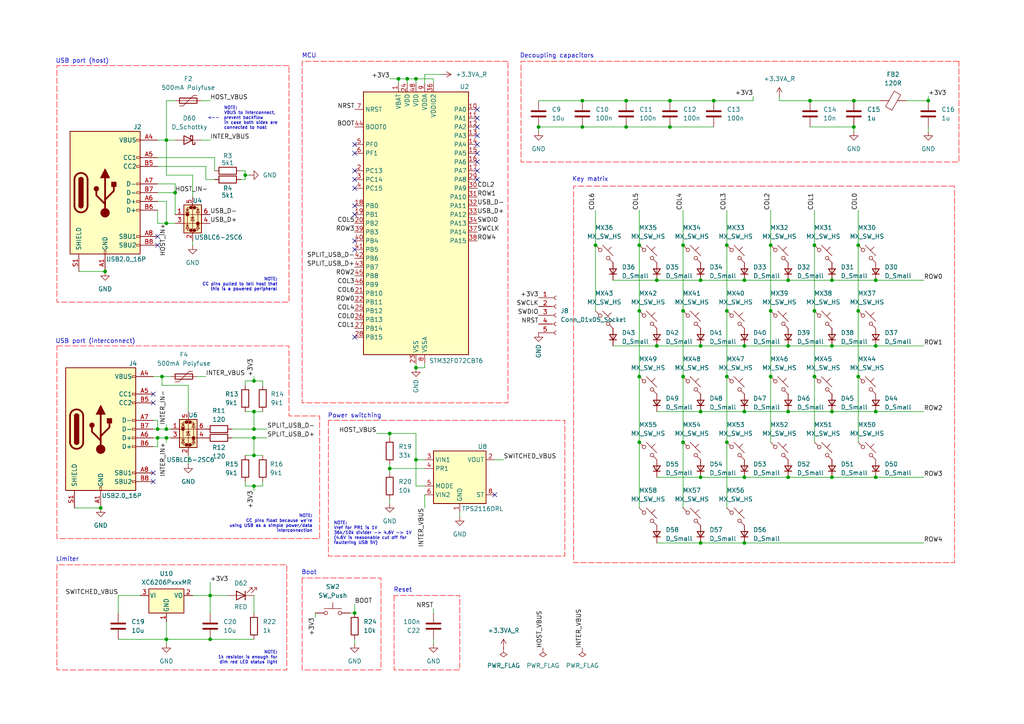
<source format=kicad_sch>
(kicad_sch (version 20250114) (generator "eeschema") (generator_version "9.0")
  (paper "A4")
  (title_block (title "glhfkbd") (date "2025-11-24") (rev "0") (company "redhotvengeance"))
  (text "USB port (interconnect)" (at 27.686 99.06 0) (effects (font (size 1.27 1.27))))
  (text "NOTE:\nCC pins float because we're\nusing USB as a simple power/data\ninterconnection" (at 90.678 151.892 0) (effects (font (size 0.889 0.889)) (justify right)))
  (text "Power switching" (at 102.87 120.65 0) (effects (font (size 1.27 1.27))))
  (text "USB port (host)" (at 23.876 17.78 0) (effects (font (size 1.27 1.27))))
  (text "Decoupling capacitors" (at 161.544 16.256 0) (effects (font (size 1.27 1.27))))
  (text "       NOTE:\n       VBUS to interconnect,\n<--  prevent backflow\n       in case both sides are\n       connected to host" (at 60.198 34.29 0) (effects (font (size 0.889 0.889)) (justify left)))
  (text "Key matrix" (at 171.196 52.07 0) (effects (font (size 1.27 1.27))))
  (text "NOTE:\n1k resistor is enough for\ndim red LED status light" (at 80.518 190.754 0) (effects (font (size 0.889 0.889)) (justify right)))
  (text "NOTE:\nVref for PR1 is 1V\n36k/10k divider -> 4.6V -> 1V\n(4.6V is reasonable cut off for\nfaultering USB 5V)" (at 96.774 154.686 0) (effects (font (size 0.889 0.889)) (justify left)))
  (text "Reset" (at 116.84 171.196 0) (effects (font (size 1.27 1.27))))
  (text "NOTE:\nCC pins pulled to tell host that\nthis is a powered peripheral" (at 80.518 82.55 0) (effects (font (size 0.889 0.889)) (justify right)))
  (text "Limiter" (at 19.558 162.306 0) (effects (font (size 1.27 1.27))))
  (text "MCU" (at 89.662 16.256 0) (effects (font (size 1.27 1.27))))
  (text "Boot" (at 89.662 166.116 0) (effects (font (size 1.27 1.27))))
  (junction (at 207.01 29.21))
  (junction (at 73.66 124.46))
  (junction (at 190.5 81.28))
  (junction (at 185.42 109.22))
  (junction (at 48.26 127))
  (junction (at 215.9 81.28))
  (junction (at 46.99 109.22))
  (junction (at 185.42 71.12))
  (junction (at 254 100.33))
  (junction (at 210.82 109.22))
  (junction (at 241.3 119.38))
  (junction (at 254 119.38))
  (junction (at 120.65 133.35))
  (junction (at 248.92 90.17))
  (junction (at 198.12 90.17))
  (junction (at 50.8 55.88))
  (junction (at 223.52 90.17))
  (junction (at 45.72 127))
  (junction (at 215.9 157.48))
  (junction (at 247.65 36.83))
  (junction (at 203.2 81.28))
  (junction (at 254 81.28))
  (junction (at 194.31 29.21))
  (junction (at 234.95 29.21))
  (junction (at 198.12 71.12))
  (junction (at 203.2 157.48))
  (junction (at 172.72 71.12))
  (junction (at 120.65 22.86))
  (junction (at 241.3 100.33))
  (junction (at 198.12 128.27))
  (junction (at 48.26 185.42))
  (junction (at 223.52 109.22))
  (junction (at 29.21 147.32))
  (junction (at 215.9 100.33))
  (junction (at 168.91 36.83))
  (junction (at 181.61 29.21))
  (junction (at 156.21 36.83))
  (junction (at 113.03 125.73))
  (junction (at 118.11 22.86))
  (junction (at 60.96 185.42))
  (junction (at 71.12 50.8))
  (junction (at 236.22 109.22))
  (junction (at 48.26 124.46))
  (junction (at 247.65 29.21))
  (junction (at 210.82 128.27))
  (junction (at 73.66 119.38))
  (junction (at 228.6 100.33))
  (junction (at 113.03 135.89))
  (junction (at 210.82 71.12))
  (junction (at 48.26 40.64))
  (junction (at 254 138.43))
  (junction (at 60.96 172.72))
  (junction (at 269.24 29.21))
  (junction (at 185.42 128.27))
  (junction (at 248.92 109.22))
  (junction (at 248.92 71.12))
  (junction (at 73.66 110.49))
  (junction (at 203.2 138.43))
  (junction (at 210.82 90.17))
  (junction (at 228.6 81.28))
  (junction (at 181.61 36.83))
  (junction (at 223.52 71.12))
  (junction (at 228.6 138.43))
  (junction (at 194.31 36.83))
  (junction (at 185.42 90.17))
  (junction (at 228.6 119.38))
  (junction (at 73.66 127))
  (junction (at 115.57 22.86))
  (junction (at 168.91 29.21))
  (junction (at 73.66 140.97))
  (junction (at 215.9 138.43))
  (junction (at 203.2 119.38))
  (junction (at 236.22 71.12))
  (junction (at 48.26 64.77))
  (junction (at 241.3 138.43))
  (junction (at 236.22 90.17))
  (junction (at 45.72 124.46))
  (junction (at 102.87 177.8))
  (junction (at 73.66 132.08))
  (junction (at 241.3 81.28))
  (junction (at 190.5 100.33))
  (junction (at 198.12 109.22))
  (junction (at 215.9 119.38))
  (junction (at 203.2 100.33))
  (junction (at 30.48 78.74))
  (junction (at 120.65 106.68))
  (no_connect (at 138.43 52.07))
  (no_connect (at 102.87 41.91))
  (no_connect (at 138.43 34.29))
  (no_connect (at 102.87 62.23))
  (no_connect (at 102.87 69.85))
  (no_connect (at 45.72 71.12))
  (no_connect (at 102.87 49.53))
  (no_connect (at 138.43 46.99))
  (no_connect (at 138.43 41.91))
  (no_connect (at 44.45 116.84))
  (no_connect (at 138.43 49.53))
  (no_connect (at 102.87 72.39))
  (no_connect (at 138.43 31.75))
  (no_connect (at 138.43 36.83))
  (no_connect (at 102.87 59.69))
  (no_connect (at 143.51 143.51))
  (no_connect (at 102.87 52.07))
  (no_connect (at 138.43 44.45))
  (no_connect (at 102.87 44.45))
  (no_connect (at 102.87 97.79))
  (no_connect (at 44.45 114.3))
  (no_connect (at 44.45 137.16))
  (no_connect (at 44.45 139.7))
  (no_connect (at 138.43 39.37))
  (no_connect (at 45.72 68.58))
  (no_connect (at 102.87 54.61))
  (wire (pts (xy 113.03 135.89) (xy 123.19 135.89)))
  (wire (pts (xy 228.6 100.33) (xy 241.3 100.33)))
  (wire (pts (xy 190.5 100.33) (xy 203.2 100.33)))
  (wire (pts (xy 50.8 55.88) (xy 50.8 62.23)))
  (wire (pts (xy 198.12 128.27) (xy 198.12 147.32)))
  (wire (pts (xy 71.12 139.7) (xy 71.12 140.97)))
  (wire (pts (xy 67.31 127) (xy 73.66 127)))
  (wire (pts (xy 203.2 138.43) (xy 215.9 138.43)))
  (wire (pts (xy 55.88 50.8) (xy 55.88 57.15)))
  (wire (pts (xy 67.31 124.46) (xy 73.66 124.46)))
  (wire (pts (xy 55.88 69.85) (xy 55.88 71.12)))
  (wire (pts (xy 223.52 60.96) (xy 223.52 71.12)))
  (wire (pts (xy 113.03 125.73) (xy 113.03 127)))
  (wire (pts (xy 60.96 168.91) (xy 60.96 172.72)))
  (wire (pts (xy 203.2 100.33) (xy 215.9 100.33)))
  (wire (pts (xy 73.66 124.46) (xy 73.66 119.38)))
  (wire (pts (xy 113.03 144.78) (xy 113.03 146.05)))
  (wire (pts (xy 185.42 109.22) (xy 185.42 128.27)))
  (wire (pts (xy 48.26 29.21) (xy 48.26 40.64)))
  (wire (pts (xy 59.69 52.07) (xy 62.23 52.07)))
  (wire (pts (xy 248.92 109.22) (xy 248.92 128.27)))
  (wire (pts (xy 198.12 60.96) (xy 198.12 71.12)))
  (wire (pts (xy 218.44 27.94) (xy 218.44 29.21)))
  (wire (pts (xy 215.9 100.33) (xy 228.6 100.33)))
  (wire (pts (xy 185.42 90.17) (xy 185.42 109.22)))
  (wire (pts (xy 223.52 90.17) (xy 223.52 109.22)))
  (wire (pts (xy 73.66 172.72) (xy 73.66 177.8)))
  (wire (pts (xy 215.9 138.43) (xy 228.6 138.43)))
  (wire (pts (xy 123.19 143.51) (xy 123.19 147.32)))
  (wire (pts (xy 234.95 29.21) (xy 247.65 29.21)))
  (wire (pts (xy 236.22 109.22) (xy 236.22 128.27)))
  (wire (pts (xy 177.8 100.33) (xy 190.5 100.33)))
  (wire (pts (xy 241.3 119.38) (xy 254 119.38)))
  (wire (pts (xy 48.26 40.64) (xy 50.8 40.64)))
  (wire (pts (xy 228.6 81.28) (xy 241.3 81.28)))
  (wire (pts (xy 248.92 60.96) (xy 248.92 71.12)))
  (wire (pts (xy 156.21 36.83) (xy 156.21 38.1)))
  (wire (pts (xy 228.6 138.43) (xy 241.3 138.43)))
  (wire (pts (xy 46.99 109.22) (xy 49.53 109.22)))
  (wire (pts (xy 190.5 119.38) (xy 203.2 119.38)))
  (wire (pts (xy 69.85 52.07) (xy 71.12 52.07)))
  (wire (pts (xy 60.96 172.72) (xy 66.04 172.72)))
  (wire (pts (xy 45.72 129.54) (xy 45.72 127)))
  (wire (pts (xy 62.23 49.53) (xy 62.23 45.72)))
  (wire (pts (xy 190.5 157.48) (xy 203.2 157.48)))
  (wire (pts (xy 73.66 140.97) (xy 73.66 142.24)))
  (wire (pts (xy 168.91 29.21) (xy 181.61 29.21)))
  (wire (pts (xy 54.61 132.08) (xy 54.61 134.62)))
  (wire (pts (xy 48.26 58.42) (xy 48.26 64.77)))
  (wire (pts (xy 34.29 185.42) (xy 48.26 185.42)))
  (wire (pts (xy 198.12 71.12) (xy 198.12 90.17)))
  (wire (pts (xy 226.06 29.21) (xy 234.95 29.21)))
  (wire (pts (xy 181.61 29.21) (xy 194.31 29.21)))
  (wire (pts (xy 248.92 90.17) (xy 248.92 109.22)))
  (wire (pts (xy 123.19 21.59) (xy 128.27 21.59)))
  (wire (pts (xy 185.42 71.12) (xy 185.42 90.17)))
  (wire (pts (xy 71.12 111.76) (xy 71.12 110.49)))
  (wire (pts (xy 125.73 176.53) (xy 125.73 177.8)))
  (wire (pts (xy 210.82 109.22) (xy 210.82 128.27)))
  (wire (pts (xy 133.35 148.59) (xy 133.35 149.86)))
  (wire (pts (xy 71.12 110.49) (xy 73.66 110.49)))
  (wire (pts (xy 73.66 119.38) (xy 76.2 119.38)))
  (wire (pts (xy 91.44 177.8) (xy 91.44 179.07)))
  (wire (pts (xy 45.72 60.96) (xy 45.72 64.77)))
  (wire (pts (xy 48.26 64.77) (xy 50.8 64.77)))
  (wire (pts (xy 102.87 185.42) (xy 102.87 186.69)))
  (wire (pts (xy 46.99 111.76) (xy 54.61 111.76)))
  (wire (pts (xy 118.11 22.86) (xy 115.57 22.86)))
  (wire (pts (xy 223.52 109.22) (xy 223.52 128.27)))
  (wire (pts (xy 34.29 172.72) (xy 34.29 177.8)))
  (wire (pts (xy 109.22 125.73) (xy 113.03 125.73)))
  (wire (pts (xy 203.2 157.48) (xy 215.9 157.48)))
  (wire (pts (xy 59.69 48.26) (xy 59.69 52.07)))
  (wire (pts (xy 76.2 140.97) (xy 76.2 139.7)))
  (wire (pts (xy 172.72 71.12) (xy 172.72 90.17)))
  (wire (pts (xy 48.26 124.46) (xy 49.53 124.46)))
  (wire (pts (xy 21.59 147.32) (xy 29.21 147.32)))
  (wire (pts (xy 60.96 185.42) (xy 73.66 185.42)))
  (wire (pts (xy 198.12 109.22) (xy 198.12 128.27)))
  (wire (pts (xy 215.9 157.48) (xy 267.97 157.48)))
  (wire (pts (xy 101.6 177.8) (xy 102.87 177.8)))
  (wire (pts (xy 236.22 60.96) (xy 236.22 71.12)))
  (wire (pts (xy 123.19 21.59) (xy 123.19 24.13)))
  (wire (pts (xy 123.19 133.35) (xy 120.65 133.35)))
  (wire (pts (xy 69.85 49.53) (xy 71.12 49.53)))
  (wire (pts (xy 236.22 90.17) (xy 236.22 109.22)))
  (wire (pts (xy 210.82 71.12) (xy 210.82 90.17)))
  (wire (pts (xy 120.65 22.86) (xy 125.73 22.86)))
  (wire (pts (xy 123.19 140.97) (xy 120.65 140.97)))
  (wire (pts (xy 241.3 138.43) (xy 254 138.43)))
  (wire (pts (xy 123.19 105.41) (xy 123.19 106.68)))
  (wire (pts (xy 120.65 140.97) (xy 120.65 133.35)))
  (wire (pts (xy 55.88 172.72) (xy 60.96 172.72)))
  (wire (pts (xy 254 100.33) (xy 267.97 100.33)))
  (wire (pts (xy 113.03 135.89) (xy 113.03 137.16)))
  (wire (pts (xy 34.29 172.72) (xy 40.64 172.72)))
  (wire (pts (xy 241.3 100.33) (xy 254 100.33)))
  (wire (pts (xy 234.95 36.83) (xy 247.65 36.83)))
  (wire (pts (xy 48.26 180.34) (xy 48.26 185.42)))
  (wire (pts (xy 156.21 36.83) (xy 168.91 36.83)))
  (wire (pts (xy 115.57 22.86) (xy 115.57 24.13)))
  (wire (pts (xy 73.66 124.46) (xy 77.47 124.46)))
  (wire (pts (xy 73.66 109.22) (xy 73.66 110.49)))
  (wire (pts (xy 190.5 138.43) (xy 203.2 138.43)))
  (wire (pts (xy 248.92 71.12) (xy 248.92 90.17)))
  (wire (pts (xy 223.52 71.12) (xy 223.52 90.17)))
  (wire (pts (xy 210.82 60.96) (xy 210.82 71.12)))
  (wire (pts (xy 210.82 90.17) (xy 210.82 109.22)))
  (wire (pts (xy 48.26 50.8) (xy 48.26 40.64)))
  (wire (pts (xy 241.3 81.28) (xy 254 81.28)))
  (wire (pts (xy 123.19 106.68) (xy 120.65 106.68)))
  (wire (pts (xy 120.65 125.73) (xy 113.03 125.73)))
  (wire (pts (xy 254 138.43) (xy 267.97 138.43)))
  (wire (pts (xy 247.65 29.21) (xy 255.27 29.21)))
  (wire (pts (xy 60.96 185.42) (xy 48.26 185.42)))
  (wire (pts (xy 71.12 52.07) (xy 71.12 50.8)))
  (wire (pts (xy 73.66 140.97) (xy 76.2 140.97)))
  (wire (pts (xy 45.72 53.34) (xy 50.8 53.34)))
  (wire (pts (xy 54.61 111.76) (xy 54.61 119.38)))
  (wire (pts (xy 73.66 119.38) (xy 71.12 119.38)))
  (wire (pts (xy 48.26 185.42) (xy 48.26 186.69)))
  (wire (pts (xy 45.72 40.64) (xy 48.26 40.64)))
  (wire (pts (xy 120.65 105.41) (xy 120.65 106.68)))
  (wire (pts (xy 60.96 172.72) (xy 60.96 177.8)))
  (wire (pts (xy 120.65 22.86) (xy 118.11 22.86)))
  (wire (pts (xy 226.06 27.94) (xy 226.06 29.21)))
  (wire (pts (xy 48.26 58.42) (xy 45.72 58.42)))
  (wire (pts (xy 190.5 81.28) (xy 203.2 81.28)))
  (wire (pts (xy 45.72 124.46) (xy 48.26 124.46)))
  (wire (pts (xy 185.42 128.27) (xy 185.42 147.32)))
  (wire (pts (xy 269.24 36.83) (xy 269.24 38.1)))
  (wire (pts (xy 168.91 36.83) (xy 181.61 36.83)))
  (wire (pts (xy 236.22 71.12) (xy 236.22 90.17)))
  (wire (pts (xy 48.26 29.21) (xy 50.8 29.21)))
  (wire (pts (xy 73.66 110.49) (xy 76.2 110.49)))
  (wire (pts (xy 102.87 175.26) (xy 102.87 177.8)))
  (wire (pts (xy 269.24 27.94) (xy 269.24 29.21)))
  (wire (pts (xy 58.42 29.21) (xy 60.96 29.21)))
  (wire (pts (xy 76.2 110.49) (xy 76.2 111.76)))
  (wire (pts (xy 185.42 60.96) (xy 185.42 71.12)))
  (wire (pts (xy 57.15 109.22) (xy 59.69 109.22)))
  (wire (pts (xy 120.65 125.73) (xy 120.65 133.35)))
  (wire (pts (xy 46.99 109.22) (xy 46.99 111.76)))
  (wire (pts (xy 118.11 24.13) (xy 118.11 22.86)))
  (wire (pts (xy 120.65 22.86) (xy 120.65 24.13)))
  (wire (pts (xy 254 119.38) (xy 267.97 119.38)))
  (wire (pts (xy 181.61 36.83) (xy 194.31 36.83)))
  (wire (pts (xy 45.72 45.72) (xy 62.23 45.72)))
  (wire (pts (xy 156.21 29.21) (xy 168.91 29.21)))
  (wire (pts (xy 71.12 140.97) (xy 73.66 140.97)))
  (wire (pts (xy 113.03 134.62) (xy 113.03 135.89)))
  (wire (pts (xy 113.03 22.86) (xy 115.57 22.86)))
  (wire (pts (xy 48.26 127) (xy 48.26 128.27)))
  (wire (pts (xy 44.45 127) (xy 45.72 127)))
  (wire (pts (xy 45.72 64.77) (xy 48.26 64.77)))
  (wire (pts (xy 44.45 129.54) (xy 45.72 129.54)))
  (wire (pts (xy 58.42 40.64) (xy 60.96 40.64)))
  (wire (pts (xy 143.51 133.35) (xy 146.05 133.35)))
  (wire (pts (xy 45.72 127) (xy 48.26 127)))
  (wire (pts (xy 71.12 50.8) (xy 72.39 50.8)))
  (wire (pts (xy 50.8 53.34) (xy 50.8 55.88)))
  (wire (pts (xy 247.65 36.83) (xy 247.65 38.1)))
  (wire (pts (xy 44.45 109.22) (xy 46.99 109.22)))
  (wire (pts (xy 73.66 132.08) (xy 76.2 132.08)))
  (wire (pts (xy 215.9 81.28) (xy 228.6 81.28)))
  (wire (pts (xy 45.72 55.88) (xy 50.8 55.88)))
  (wire (pts (xy 198.12 90.17) (xy 198.12 109.22)))
  (wire (pts (xy 172.72 60.96) (xy 172.72 71.12)))
  (wire (pts (xy 203.2 81.28) (xy 215.9 81.28)))
  (wire (pts (xy 194.31 29.21) (xy 207.01 29.21)))
  (wire (pts (xy 48.26 123.19) (xy 48.26 124.46)))
  (wire (pts (xy 262.89 29.21) (xy 269.24 29.21)))
  (wire (pts (xy 73.66 127) (xy 77.47 127)))
  (wire (pts (xy 125.73 186.69) (xy 125.73 185.42)))
  (wire (pts (xy 73.66 127) (xy 73.66 132.08)))
  (wire (pts (xy 71.12 49.53) (xy 71.12 50.8)))
  (wire (pts (xy 194.31 36.83) (xy 207.01 36.83)))
  (wire (pts (xy 44.45 121.92) (xy 45.72 121.92)))
  (wire (pts (xy 45.72 121.92) (xy 45.72 124.46)))
  (wire (pts (xy 125.73 22.86) (xy 125.73 24.13)))
  (wire (pts (xy 254 81.28) (xy 267.97 81.28)))
  (wire (pts (xy 215.9 119.38) (xy 228.6 119.38)))
  (wire (pts (xy 207.01 29.21) (xy 218.44 29.21)))
  (wire (pts (xy 22.86 78.74) (xy 30.48 78.74)))
  (wire (pts (xy 71.12 132.08) (xy 73.66 132.08)))
  (wire (pts (xy 55.88 50.8) (xy 48.26 50.8)))
  (wire (pts (xy 177.8 81.28) (xy 190.5 81.28)))
  (wire (pts (xy 48.26 127) (xy 49.53 127)))
  (wire (pts (xy 44.45 124.46) (xy 45.72 124.46)))
  (wire (pts (xy 45.72 48.26) (xy 59.69 48.26)))
  (wire (pts (xy 228.6 119.38) (xy 241.3 119.38)))
  (wire (pts (xy 210.82 128.27) (xy 210.82 147.32)))
  (wire (pts (xy 203.2 119.38) (xy 215.9 119.38)))
  (label "COL3" (at 102.87 82.55 180))
  (label "COL1" (at 236.22 60.96 90))
  (label "HOST_VBUS" (at 60.96 29.21 0))
  (label "COL0" (at 102.87 92.71 180))
  (label "SPLIT_USB_D+" (at 77.47 127 0))
  (label "ROW4" (at 267.97 157.48 0))
  (label "COL4" (at 102.87 90.17 180))
  (label "SWCLK" (at 138.43 67.31 0))
  (label "INTER_IN+" (at 48.26 128.27 270))
  (label "HOST_IN-" (at 50.8 55.88 0))
  (label "SPLIT_USB_D+" (at 102.87 77.47 180))
  (label "SWITCHED_VBUS" (at 34.29 172.72 180))
  (label "ROW3" (at 102.87 67.31 180))
  (label "BOOT" (at 102.87 175.26 0))
  (label "HOST_IN+" (at 48.26 64.77 270))
  (label "INTER_VBUS" (at 60.96 40.64 0))
  (label "+3V3" (at 60.96 168.91 0))
  (label "COL6" (at 102.87 85.09 180))
  (label "SWDIO" (at 138.43 64.77 0))
  (label "COL2" (at 138.43 54.61 0))
  (label "+3V3" (at 156.21 86.36 180))
  (label "COL5" (at 102.87 64.77 180))
  (label "COL4" (at 198.12 60.96 90))
  (label "COL5" (at 185.42 60.96 90))
  (label "COL0" (at 248.92 60.96 90))
  (label "INTER_VBUS" (at 59.69 109.22 0))
  (label "ROW1" (at 138.43 57.15 0))
  (label "ROW0" (at 267.97 81.28 0))
  (label "HOST_VBUS" (at 157.48 187.96 90))
  (label "INTER_VBUS" (at 168.91 187.96 90))
  (label "NRST" (at 156.21 93.98 180))
  (label "SPLIT_USB_D-" (at 77.47 124.46 0))
  (label "+3V3" (at 218.44 27.94 180))
  (label "SPLIT_USB_D-" (at 102.87 74.93 180))
  (label "USB_D-" (at 138.43 59.69 0))
  (label "ROW0" (at 102.87 87.63 180))
  (label "+3V3" (at 269.24 27.94 0))
  (label "COL1" (at 102.87 95.25 180))
  (label "SWITCHED_VBUS" (at 146.05 133.35 0))
  (label "NRST" (at 125.73 176.53 180))
  (label "SWCLK" (at 156.21 88.9 180))
  (label "COL2" (at 223.52 60.96 90))
  (label "USB_D+" (at 138.43 62.23 0))
  (label "ROW1" (at 267.97 100.33 0))
  (label "USB_D-" (at 60.96 62.23 0))
  (label "ROW2" (at 102.87 80.01 180))
  (label "+3V3" (at 73.66 109.22 90))
  (label "NRST" (at 102.87 31.75 180))
  (label "ROW3" (at 267.97 138.43 0))
  (label "+3V3" (at 73.66 142.24 270))
  (label "INTER_IN-" (at 48.26 123.19 90))
  (label "ROW2" (at 267.97 119.38 0))
  (label "COL6" (at 172.72 60.96 90))
  (label "COL3" (at 210.82 60.96 90))
  (label "+3V3" (at 91.44 179.07 270))
  (label "HOST_VBUS" (at 109.22 125.73 180))
  (label "BOOT" (at 102.87 36.83 180))
  (label "SWDIO" (at 156.21 91.44 180))
  (label "USB_D+" (at 60.96 64.77 0))
  (label "INTER_VBUS" (at 123.19 147.32 270))
  (label "ROW4" (at 138.43 69.85 0))
  (label "+3V3" (at 113.03 22.86 180))
  (rule_area (polyline (pts (xy 83.82 19.05) (xy 16.51 19.05) (xy 16.51 87.63) (xy 83.82 87.63)) (stroke (width 0) (type dash))))
  (rule_area (polyline (pts (xy 147.32 17.78) (xy 87.63 17.78) (xy 87.63 116.84) (xy 147.32 116.84)) (stroke (width 0) (type dash))))
  (rule_area (polyline (pts (xy 16.51 100.33) (xy 83.82 100.33) (xy 83.82 120.65) (xy 92.71 120.65) (xy 92.71 156.21) (xy 16.51 156.21)) (stroke (width 0) (type dash))))
  (rule_area (polyline (pts (xy 87.63 167.64) (xy 87.63 194.31) (xy 110.49 194.31) (xy 110.49 167.64)) (stroke (width 0) (type dash))))
  (rule_area (polyline (pts (xy 278.13 17.78) (xy 151.13 17.78) (xy 151.13 46.99) (xy 278.13 46.99)) (stroke (width 0) (type dash))))
  (rule_area (polyline (pts (xy 16.51 163.83) (xy 16.51 194.31) (xy 83.185 194.31) (xy 83.185 163.83)) (stroke (width 0) (type dash))))
  (rule_area (polyline (pts (xy 114.3 172.72) (xy 114.3 194.31) (xy 133.35 194.31) (xy 133.35 172.72)) (stroke (width 0) (type dash))))
  (rule_area (polyline (pts (xy 276.86 53.975) (xy 166.37 53.975) (xy 166.37 163.195) (xy 166.37 163.195) (xy 276.86 163.195)) (stroke (width 0) (type dash))))
  (rule_area (polyline (pts (xy 95.25 121.92) (xy 95.25 161.29) (xy 163.83 161.29) (xy 163.83 121.92)) (stroke (width 0) (type dash))))
  (symbol (lib_id "PCM_marbastlib-mx:MX_SW_HS_CPG151101S11") (at 187.96 149.86 0) (unit 1) (in_bom no)
    (property "Reference" "MX58" (at 187.96 142.24 0))
    (property "Value" "MX_SW_HS" (at 187.96 144.78 0))
    (property "Footprint" "PCM_marbastlib-mx:SW_MX_HS_CPG151101S11_1u" (effects (hide yes)))
    (property "Description" "Push button switch, normally open, two pins, 45° tilted, Kailh CPG151101S11 for Cherry MX style switches" (effects (hide yes)))
  )
  (symbol (lib_id "power:GND") (at 72.39 50.8 90) (unit 1)
    (property "Reference" "#PWR016" (effects (hide yes)))
    (property "Value" "GND" (at 76.2 50.7999 90) (effects (justify right)))
    (property "Description" "Power symbol creates a global label with name \"GND\" , ground" (effects (hide yes)))
  )
  (symbol (lib_id "Device:C") (at 156.21 33.02 0) (unit 1)
    (property "Reference" "C9" (at 160.02 31.7499 0) (effects (justify left)))
    (property "Value" "10u" (at 160.02 34.2899 0) (effects (justify left)))
    (property "Footprint" "footprints:cap_10uf" (effects (hide yes)))
    (property "Description" "6.3V 10uF X5R ±20% 0402 Multilayer Ceramic Capacitors MLCC - SMD/SMT ROHS" (effects (hide yes)))
    (property "LCSC" "C15525" (effects (hide yes)))
    (property "Manufacturer" "Samsung Electro-Mechanics" (effects (hide yes)))
    (property "Manufacturer Part" "CL05A106MQ5NUNC" (effects (hide yes)))
  )
  (symbol (lib_id "Device:R") (at 63.5 127 90) (unit 1)
    (property "Reference" "R12" (at 63.5 129.794 90))
    (property "Value" "120" (at 63.5 132.334 90))
    (property "Footprint" "footprints:res_120" (effects (hide yes)))
    (property "Description" "-55℃~+155℃ 120Ω 50V 62.5mW Thick Film Resistor ±1% ±100ppm/℃ 0402 Chip Resistor - Surface Mount ROHS" (effects (hide yes)))
    (property "LCSC" "C25079" (effects (hide yes)))
  )
  (symbol (lib_id "Device:D_Small") (at 203.2 116.84 90) (unit 1)
    (property "Reference" "D48" (at 205.74 115.5699 90) (effects (justify right)))
    (property "Value" "D_Small" (at 205.74 118.1099 90) (effects (justify right)))
    (property "Footprint" "footprints:diode_sod123" (effects (hide yes)))
    (property "Description" "75V Independent Type 1V@50mA 4ns 150mA SOD-123 Switching Diodes ROHS" (effects (hide yes)))
    (property "Sim.Device" "D" (effects (hide yes)))
    (property "Sim.Pins" "1=K 2=A" (effects (hide yes)))
    (property "LCSC" "C81598" (effects (hide yes)))
    (property "Manufacturer" "ST(Semtech)" (effects (hide yes)))
    (property "Manufacturer Part" "1N4148W" (effects (hide yes)))
  )
  (symbol (lib_id "PCM_marbastlib-mx:MX_SW_HS_CPG151101S11") (at 226.06 130.81 0) (unit 1) (in_bom no)
    (property "Reference" "MX52" (at 226.06 123.19 0))
    (property "Value" "MX_SW_HS" (at 226.06 125.73 0))
    (property "Footprint" "PCM_marbastlib-mx:SW_MX_HS_CPG151101S11_1u" (effects (hide yes)))
    (property "Description" "Push button switch, normally open, two pins, 45° tilted, Kailh CPG151101S11 for Cherry MX style switches" (effects (hide yes)))
  )
  (symbol (lib_id "Device:D_Small") (at 203.2 135.89 90) (unit 1)
    (property "Reference" "D54" (at 205.74 134.6199 90) (effects (justify right)))
    (property "Value" "D_Small" (at 205.74 137.1599 90) (effects (justify right)))
    (property "Footprint" "footprints:diode_sod123" (effects (hide yes)))
    (property "Description" "75V Independent Type 1V@50mA 4ns 150mA SOD-123 Switching Diodes ROHS" (effects (hide yes)))
    (property "Sim.Device" "D" (effects (hide yes)))
    (property "Sim.Pins" "1=K 2=A" (effects (hide yes)))
    (property "LCSC" "C81598" (effects (hide yes)))
    (property "Manufacturer" "ST(Semtech)" (effects (hide yes)))
    (property "Manufacturer Part" "1N4148W" (effects (hide yes)))
  )
  (symbol (lib_id "Device:Polyfuse") (at 54.61 29.21 90) (unit 1)
    (property "Reference" "F2" (at 54.61 22.86 90))
    (property "Value" "500mA Polyfuse" (at 54.61 25.4 90))
    (property "Footprint" "footprints:fuse_500ma" (effects (hide yes)))
    (property "Description" "6V 500mA 40A 1A 0603 Resettable Fuses ROHS" (effects (hide yes)))
    (property "LCSC" "C210357" (effects (hide yes)))
    (property "Manufacturer" "BOURNS" (effects (hide yes)))
    (property "Manufacturer Part" "MF-FSMF050X-2" (effects (hide yes)))
  )
  (symbol (lib_id "Device:C") (at 168.91 33.02 0) (unit 1)
    (property "Reference" "C10" (at 172.72 31.7499 0) (effects (justify left)))
    (property "Value" "100n" (at 172.72 34.2899 0) (effects (justify left)))
    (property "Footprint" "footprints:cap_100nf" (effects (hide yes)))
    (property "Description" "50V 100nF X7R ±10% 0402 Multilayer Ceramic Capacitors MLCC - SMD/SMT ROHS" (effects (hide yes)))
    (property "LCSC" "C307331" (effects (hide yes)))
    (property "Manufacturer" "Samsung Electro-Mechanics" (effects (hide yes)))
    (property "Manufacturer Part" "CL05B104KB54PNC" (effects (hide yes)))
  )
  (symbol (lib_id "Device:R") (at 63.5 124.46 90) (unit 1)
    (property "Reference" "R11" (at 63.5 119.126 90))
    (property "Value" "120" (at 63.5 121.666 90))
    (property "Footprint" "footprints:res_120" (effects (hide yes)))
    (property "Description" "-55℃~+155℃ 120Ω 50V 62.5mW Thick Film Resistor ±1% ±100ppm/℃ 0402 Chip Resistor - Surface Mount ROHS" (effects (hide yes)))
    (property "LCSC" "C25079" (effects (hide yes)))
  )
  (symbol (lib_id "PCM_marbastlib-mx:MX_SW_HS_CPG151101S11") (at 226.06 92.71 0) (unit 1) (in_bom no)
    (property "Reference" "MX39" (at 226.06 85.09 0))
    (property "Value" "MX_SW_HS" (at 226.06 87.63 0))
    (property "Footprint" "PCM_marbastlib-mx:SW_MX_HS_CPG151101S11_1u" (effects (hide yes)))
    (property "Description" "Push button switch, normally open, two pins, 45° tilted, Kailh CPG151101S11 for Cherry MX style switches" (effects (hide yes)))
  )
  (symbol (lib_id "power:GND") (at 48.26 186.69 0) (unit 1)
    (property "Reference" "#PWR030" (effects (hide yes)))
    (property "Value" "GND" (at 48.26 191.77 0))
    (property "Description" "Power symbol creates a global label with name \"GND\" , ground" (effects (hide yes)))
  )
  (symbol (lib_id "Connector:USB_C_Receptacle_USB2.0_16P") (at 29.21 124.46 0) (unit 1)
    (property "Reference" "J4" (at 38.608 105.41 0))
    (property "Value" "USB2.0_16P" (at 35.306 143.764 0))
    (property "Footprint" "footprints:usb-c" (effects (hide yes)))
    (property "Datasheet" "https://www.usb.org/sites/default/files/documents/usb_type-c.zip" (effects (hide yes)))
    (property "Description" "1 16P 5A Female Type-C SMD USB Connectors ROHS" (effects (hide yes)))
    (property "LCSC" "C165948" (effects (hide yes)))
    (property "Manufacturer" "Korean Hroparts Elec" (effects (hide yes)))
    (property "Manufacturer Part" "TYPE-C-31-M-12" (effects (hide yes)))
  )
  (symbol (lib_id "PCM_marbastlib-mx:MX_SW_HS_CPG151101S11") (at 251.46 92.71 0) (unit 1) (in_bom no)
    (property "Reference" "MX37" (at 251.46 85.09 0))
    (property "Value" "MX_SW_HS" (at 251.46 87.63 0))
    (property "Footprint" "PCM_marbastlib-mx:SW_MX_HS_CPG151101S11_1u" (effects (hide yes)))
    (property "Description" "Push button switch, normally open, two pins, 45° tilted, Kailh CPG151101S11 for Cherry MX style switches" (effects (hide yes)))
  )
  (symbol (lib_id "Device:D_Small") (at 177.8 78.74 90) (unit 1)
    (property "Reference" "D36" (at 180.34 77.4699 90) (effects (justify right)))
    (property "Value" "D_Small" (at 180.34 80.0099 90) (effects (justify right)))
    (property "Footprint" "footprints:diode_sod123" (effects (hide yes)))
    (property "Description" "75V Independent Type 1V@50mA 4ns 150mA SOD-123 Switching Diodes ROHS" (effects (hide yes)))
    (property "Sim.Device" "D" (effects (hide yes)))
    (property "Sim.Pins" "1=K 2=A" (effects (hide yes)))
    (property "LCSC" "C81598" (effects (hide yes)))
    (property "Manufacturer" "ST(Semtech)" (effects (hide yes)))
    (property "Manufacturer Part" "1N4148W" (effects (hide yes)))
  )
  (symbol (lib_id "Device:D_Small") (at 177.8 97.79 90) (unit 1)
    (property "Reference" "D43" (at 180.34 96.5199 90) (effects (justify right)))
    (property "Value" "D_Small" (at 180.34 99.0599 90) (effects (justify right)))
    (property "Footprint" "footprints:diode_sod123" (effects (hide yes)))
    (property "Description" "75V Independent Type 1V@50mA 4ns 150mA SOD-123 Switching Diodes ROHS" (effects (hide yes)))
    (property "Sim.Device" "D" (effects (hide yes)))
    (property "Sim.Pins" "1=K 2=A" (effects (hide yes)))
    (property "LCSC" "C81598" (effects (hide yes)))
    (property "Manufacturer" "ST(Semtech)" (effects (hide yes)))
    (property "Manufacturer Part" "1N4148W" (effects (hide yes)))
  )
  (symbol (lib_id "Device:D_Small") (at 228.6 135.89 90) (unit 1)
    (property "Reference" "D52" (at 231.14 134.6199 90) (effects (justify right)))
    (property "Value" "D_Small" (at 231.14 137.1599 90) (effects (justify right)))
    (property "Footprint" "footprints:diode_sod123" (effects (hide yes)))
    (property "Description" "75V Independent Type 1V@50mA 4ns 150mA SOD-123 Switching Diodes ROHS" (effects (hide yes)))
    (property "Sim.Device" "D" (effects (hide yes)))
    (property "Sim.Pins" "1=K 2=A" (effects (hide yes)))
    (property "LCSC" "C81598" (effects (hide yes)))
    (property "Manufacturer" "ST(Semtech)" (effects (hide yes)))
    (property "Manufacturer Part" "1N4148W" (effects (hide yes)))
  )
  (symbol (lib_id "Device:R") (at 71.12 115.57 0) (unit 1)
    (property "Reference" "R13" (at 65.278 114.3 0) (effects (justify left)))
    (property "Value" "9k1" (at 65.278 116.84 0) (effects (justify left)))
    (property "Footprint" "footprints:res_9k1" (effects (hide yes)))
    (property "Description" "-55℃~+155℃ 100mW 75V 9.1kΩ Thick Film Resistor ±1% ±100ppm/℃ 0603 Chip Resistor - Surface Mount ROHS" (effects (hide yes)))
    (property "LCSC" "C23260" (effects (hide yes)))
  )
  (symbol (lib_id "Device:D_Small") (at 241.3 97.79 90) (unit 1)
    (property "Reference" "D38" (at 243.84 96.5199 90) (effects (justify right)))
    (property "Value" "D_Small" (at 243.84 99.0599 90) (effects (justify right)))
    (property "Footprint" "footprints:diode_sod123" (effects (hide yes)))
    (property "Description" "75V Independent Type 1V@50mA 4ns 150mA SOD-123 Switching Diodes ROHS" (effects (hide yes)))
    (property "Sim.Device" "D" (effects (hide yes)))
    (property "Sim.Pins" "1=K 2=A" (effects (hide yes)))
    (property "LCSC" "C81598" (effects (hide yes)))
    (property "Manufacturer" "ST(Semtech)" (effects (hide yes)))
    (property "Manufacturer Part" "1N4148W" (effects (hide yes)))
  )
  (symbol (lib_id "Power_Protection:USBLC6-2SC6") (at 54.61 124.46 0) (unit 1)
    (property "Reference" "U6" (at 54.61 120.396 0) (effects (justify left)))
    (property "Value" "USBLC6-2SC6" (at 48.26 133.35 0) (effects (justify left)))
    (property "Footprint" "footprints:usblc6-2sc6" (effects (hide yes)))
    (property "Datasheet" "https://www.st.com/resource/en/datasheet/usblc6-2.pdf" (effects (hide yes)))
    (property "Description" "6A 12V 150W 6V Unidirectional 5V SOT-23-6 ESD and Surge Protection (TVS/ESD) ROHS" (effects (hide yes)))
    (property "LCSC" "C2827654" (effects (hide yes)))
    (property "Manufacturer" "TECH PUBLIC" (effects (hide yes)))
    (property "Manufacturer Part" "USBLC6-2SC6" (effects (hide yes)))
  )
  (symbol (lib_id "power:GND") (at 55.88 71.12 0) (unit 1)
    (property "Reference" "#PWR018" (effects (hide yes)))
    (property "Value" "GND" (at 55.88 76.2 0))
    (property "Description" "Power symbol creates a global label with name \"GND\" , ground" (effects (hide yes)))
  )
  (symbol (lib_id "PCM_marbastlib-mx:MX_SW_HS_CPG151101S11") (at 175.26 73.66 0) (unit 1) (in_bom no)
    (property "Reference" "MX36" (at 175.26 66.04 0))
    (property "Value" "MX_SW_HS" (at 175.26 68.58 0))
    (property "Footprint" "PCM_marbastlib-mx:SW_MX_HS_CPG151101S11_1u" (effects (hide yes)))
    (property "Description" "Push button switch, normally open, two pins, 45° tilted, Kailh CPG151101S11 for Cherry MX style switches" (effects (hide yes)))
  )
  (symbol (lib_id "PCM_marbastlib-mx:MX_SW_HS_CPG151101S11") (at 187.96 111.76 0) (unit 1) (in_bom no)
    (property "Reference" "MX49" (at 187.96 104.14 0))
    (property "Value" "MX_SW_HS" (at 187.96 106.68 0))
    (property "Footprint" "PCM_marbastlib-mx:SW_MX_HS_CPG151101S11_1u" (effects (hide yes)))
    (property "Description" "Push button switch, normally open, two pins, 45° tilted, Kailh CPG151101S11 for Cherry MX style switches" (effects (hide yes)))
  )
  (symbol (lib_id "PCM_marbastlib-mx:MX_SW_HS_CPG151101S11") (at 200.66 130.81 0) (unit 1) (in_bom no)
    (property "Reference" "MX54" (at 200.66 123.19 0))
    (property "Value" "MX_SW_HS" (at 200.66 125.73 0))
    (property "Footprint" "PCM_marbastlib-mx:SW_MX_HS_CPG151101S11_1u" (effects (hide yes)))
    (property "Description" "Push button switch, normally open, two pins, 45° tilted, Kailh CPG151101S11 for Cherry MX style switches" (effects (hide yes)))
  )
  (symbol (lib_id "Device:R") (at 71.12 135.89 0) (unit 1)
    (property "Reference" "R15" (at 65.278 134.62 0) (effects (justify left)))
    (property "Value" "9k1" (at 65.278 137.16 0) (effects (justify left)))
    (property "Footprint" "footprints:res_9k1" (effects (hide yes)))
    (property "Description" "-55℃~+155℃ 100mW 75V 9.1kΩ Thick Film Resistor ±1% ±100ppm/℃ 0603 Chip Resistor - Surface Mount ROHS" (effects (hide yes)))
    (property "LCSC" "C23260" (effects (hide yes)))
  )
  (symbol (lib_id "PCM_marbastlib-mx:MX_SW_HS_CPG151101S11") (at 213.36 149.86 0) (unit 1) (in_bom no)
    (property "Reference" "MX56" (at 213.36 142.24 0))
    (property "Value" "MX_SW_HS" (at 213.36 144.78 0))
    (property "Footprint" "PCM_marbastlib-mx:SW_MX_HS_CPG151101S11_1u" (effects (hide yes)))
    (property "Description" "Push button switch, normally open, two pins, 45° tilted, Kailh CPG151101S11 for Cherry MX style switches" (effects (hide yes)))
  )
  (symbol (lib_id "Device:C") (at 181.61 33.02 0) (unit 1)
    (property "Reference" "C11" (at 185.42 31.7499 0) (effects (justify left)))
    (property "Value" "100n" (at 185.42 34.2899 0) (effects (justify left)))
    (property "Footprint" "footprints:cap_100nf" (effects (hide yes)))
    (property "Description" "50V 100nF X7R ±10% 0402 Multilayer Ceramic Capacitors MLCC - SMD/SMT ROHS" (effects (hide yes)))
    (property "LCSC" "C307331" (effects (hide yes)))
    (property "Manufacturer" "Samsung Electro-Mechanics" (effects (hide yes)))
    (property "Manufacturer Part" "CL05B104KB54PNC" (effects (hide yes)))
  )
  (symbol (lib_id "Device:D_Small") (at 241.3 78.74 90) (unit 1)
    (property "Reference" "D31" (at 243.84 77.4699 90) (effects (justify right)))
    (property "Value" "D_Small" (at 243.84 80.0099 90) (effects (justify right)))
    (property "Footprint" "footprints:diode_sod123" (effects (hide yes)))
    (property "Description" "75V Independent Type 1V@50mA 4ns 150mA SOD-123 Switching Diodes ROHS" (effects (hide yes)))
    (property "Sim.Device" "D" (effects (hide yes)))
    (property "Sim.Pins" "1=K 2=A" (effects (hide yes)))
    (property "LCSC" "C81598" (effects (hide yes)))
    (property "Manufacturer" "ST(Semtech)" (effects (hide yes)))
    (property "Manufacturer Part" "1N4148W" (effects (hide yes)))
  )
  (symbol (lib_id "PCM_marbastlib-mx:MX_SW_HS_CPG151101S11") (at 251.46 73.66 0) (unit 1) (in_bom no)
    (property "Reference" "MX30" (at 251.46 66.04 0))
    (property "Value" "MX_SW_HS" (at 251.46 68.58 0))
    (property "Footprint" "PCM_marbastlib-mx:SW_MX_HS_CPG151101S11_1u" (effects (hide yes)))
    (property "Description" "Push button switch, normally open, two pins, 45° tilted, Kailh CPG151101S11 for Cherry MX style switches" (effects (hide yes)))
  )
  (symbol (lib_id "Device:C") (at 60.96 181.61 0) (unit 1)
    (property "Reference" "C20" (at 64.77 180.3399 0) (effects (justify left)))
    (property "Value" "10u" (at 64.77 182.8799 0) (effects (justify left)))
    (property "Footprint" "footprints:cap_10uf" (effects (hide yes)))
    (property "Description" "6.3V 10uF X5R ±20% 0402 Multilayer Ceramic Capacitors MLCC - SMD/SMT ROHS" (effects (hide yes)))
    (property "LCSC" "C15525" (effects (hide yes)))
    (property "Manufacturer" "Samsung Electro-Mechanics" (effects (hide yes)))
    (property "Manufacturer Part" "CL05A106MQ5NUNC" (effects (hide yes)))
  )
  (symbol (lib_id "power:GND") (at 120.65 106.68 0) (unit 1)
    (property "Reference" "#PWR014" (effects (hide yes)))
    (property "Value" "GND" (at 120.65 112.014 90))
    (property "Description" "Power symbol creates a global label with name \"GND\" , ground" (effects (hide yes)))
  )
  (symbol (lib_id "PCM_marbastlib-mx:MX_SW_HS_CPG151101S11") (at 213.36 92.71 0) (unit 1) (in_bom no)
    (property "Reference" "MX40" (at 213.36 85.09 0))
    (property "Value" "MX_SW_HS" (at 213.36 87.63 0))
    (property "Footprint" "PCM_marbastlib-mx:SW_MX_HS_CPG151101S11_1u" (effects (hide yes)))
    (property "Description" "Push button switch, normally open, two pins, 45° tilted, Kailh CPG151101S11 for Cherry MX style switches" (effects (hide yes)))
  )
  (symbol (lib_id "PCM_marbastlib-mx:MX_SW_HS_CPG151101S11") (at 213.36 73.66 0) (unit 1) (in_bom no)
    (property "Reference" "MX33" (at 213.36 66.04 0))
    (property "Value" "MX_SW_HS" (at 213.36 68.58 0))
    (property "Footprint" "PCM_marbastlib-mx:SW_MX_HS_CPG151101S11_1u" (effects (hide yes)))
    (property "Description" "Push button switch, normally open, two pins, 45° tilted, Kailh CPG151101S11 for Cherry MX style switches" (effects (hide yes)))
  )
  (symbol (lib_id "power:GND") (at 269.24 38.1 0) (unit 1)
    (property "Reference" "#PWR08" (effects (hide yes)))
    (property "Value" "GND" (at 269.24 43.18 0))
    (property "Description" "Power symbol creates a global label with name \"GND\" , ground" (effects (hide yes)))
  )
  (symbol (lib_id "PCM_marbastlib-mx:MX_SW_HS_CPG151101S11") (at 238.76 92.71 0) (unit 1) (in_bom no)
    (property "Reference" "MX38" (at 238.76 85.09 0))
    (property "Value" "MX_SW_HS" (at 238.76 87.63 0))
    (property "Footprint" "PCM_marbastlib-mx:SW_MX_HS_CPG151101S11_1u" (effects (hide yes)))
    (property "Description" "Push button switch, normally open, two pins, 45° tilted, Kailh CPG151101S11 for Cherry MX style switches" (effects (hide yes)))
  )
  (symbol (lib_id "PCM_marbastlib-mx:MX_SW_HS_CPG151101S11") (at 200.66 73.66 0) (unit 1) (in_bom no)
    (property "Reference" "MX34" (at 200.66 66.04 0))
    (property "Value" "MX_SW_HS" (at 200.66 68.58 0))
    (property "Footprint" "PCM_marbastlib-mx:SW_MX_HS_CPG151101S11_1u" (effects (hide yes)))
    (property "Description" "Push button switch, normally open, two pins, 45° tilted, Kailh CPG151101S11 for Cherry MX style switches" (effects (hide yes)))
  )
  (symbol (lib_id "Device:C") (at 269.24 33.02 0) (unit 1)
    (property "Reference" "C16" (at 273.05 31.7499 0) (effects (justify left)))
    (property "Value" "1u" (at 273.05 34.2899 0) (effects (justify left)))
    (property "Footprint" "footprints:cap_1uf" (effects (hide yes)))
    (property "Description" "25V 1uF X5R ±10% 0402 Multilayer Ceramic Capacitors MLCC - SMD/SMT ROHS" (effects (hide yes)))
    (property "LCSC" "C52923" (effects (hide yes)))
    (property "Manufacturer" "Samsung Electro-Mechanics" (effects (hide yes)))
    (property "Manufacturer Part" "CL05A105KA5NQNC" (effects (hide yes)))
  )
  (symbol (lib_id "PCM_marbastlib-mx:MX_SW_HS_CPG151101S11") (at 251.46 130.81 0) (unit 1) (in_bom no)
    (property "Reference" "MX50" (at 251.46 123.19 0))
    (property "Value" "MX_SW_HS" (at 251.46 125.73 0))
    (property "Footprint" "PCM_marbastlib-mx:SW_MX_HS_CPG151101S11_1u" (effects (hide yes)))
    (property "Description" "Push button switch, normally open, two pins, 45° tilted, Kailh CPG151101S11 for Cherry MX style switches" (effects (hide yes)))
  )
  (symbol (lib_id "Device:Polyfuse") (at 53.34 109.22 90) (unit 1)
    (property "Reference" "F4" (at 53.34 102.87 90))
    (property "Value" "500mA Polyfuse" (at 53.34 105.41 90))
    (property "Footprint" "footprints:fuse_500ma" (effects (hide yes)))
    (property "Description" "6V 500mA 40A 1A 0603 Resettable Fuses ROHS" (effects (hide yes)))
    (property "LCSC" "C210357" (effects (hide yes)))
    (property "Manufacturer" "BOURNS" (effects (hide yes)))
    (property "Manufacturer Part" "MF-FSMF050X-2" (effects (hide yes)))
  )
  (symbol (lib_id "Device:C") (at 34.29 181.61 0) (unit 1)
    (property "Reference" "C19" (at 38.1 180.3399 0) (effects (justify left)))
    (property "Value" "10u" (at 38.1 182.8799 0) (effects (justify left)))
    (property "Footprint" "footprints:cap_10uf" (effects (hide yes)))
    (property "Description" "6.3V 10uF X5R ±20% 0402 Multilayer Ceramic Capacitors MLCC - SMD/SMT ROHS" (effects (hide yes)))
    (property "LCSC" "C15525" (effects (hide yes)))
    (property "Manufacturer" "Samsung Electro-Mechanics" (effects (hide yes)))
    (property "Manufacturer Part" "CL05A106MQ5NUNC" (effects (hide yes)))
  )
  (symbol (lib_id "Connector:Conn_01x05_Socket") (at 161.29 91.44 0) (unit 1) (in_bom no)
    (property "Reference" "J8" (at 162.56 90.1699 0) (effects (justify left)))
    (property "Value" "Conn_01x05_Socket" (at 162.56 92.7099 0) (effects (justify left)))
    (property "Footprint" "Connector_PinHeader_1.00mm:PinHeader_1x05_P1.00mm_Vertical" (effects (hide yes)))
    (property "Description" "Generic connector, single row, 01x05, script generated" (effects (hide yes)))
  )
  (symbol (lib_id "Device:C") (at 207.01 33.02 0) (unit 1)
    (property "Reference" "C13" (at 210.82 31.7499 0) (effects (justify left)))
    (property "Value" "100n" (at 210.82 34.2899 0) (effects (justify left)))
    (property "Footprint" "footprints:cap_100nf" (effects (hide yes)))
    (property "Description" "50V 100nF X7R ±10% 0402 Multilayer Ceramic Capacitors MLCC - SMD/SMT ROHS" (effects (hide yes)))
    (property "LCSC" "C307331" (effects (hide yes)))
    (property "Manufacturer" "Samsung Electro-Mechanics" (effects (hide yes)))
    (property "Manufacturer Part" "CL05B104KB54PNC" (effects (hide yes)))
  )
  (symbol (lib_id "Device:D_Small") (at 254 97.79 90) (unit 1)
    (property "Reference" "D37" (at 256.54 96.5199 90) (effects (justify right)))
    (property "Value" "D_Small" (at 256.54 99.0599 90) (effects (justify right)))
    (property "Footprint" "footprints:diode_sod123" (effects (hide yes)))
    (property "Description" "75V Independent Type 1V@50mA 4ns 150mA SOD-123 Switching Diodes ROHS" (effects (hide yes)))
    (property "Sim.Device" "D" (effects (hide yes)))
    (property "Sim.Pins" "1=K 2=A" (effects (hide yes)))
    (property "LCSC" "C81598" (effects (hide yes)))
    (property "Manufacturer" "ST(Semtech)" (effects (hide yes)))
    (property "Manufacturer Part" "1N4148W" (effects (hide yes)))
  )
  (symbol (lib_id "PCM_marbastlib-mx:MX_SW_HS_CPG151101S11") (at 200.66 92.71 0) (unit 1) (in_bom no)
    (property "Reference" "MX41" (at 200.66 85.09 0))
    (property "Value" "MX_SW_HS" (at 200.66 87.63 0))
    (property "Footprint" "PCM_marbastlib-mx:SW_MX_HS_CPG151101S11_1u" (effects (hide yes)))
    (property "Description" "Push button switch, normally open, two pins, 45° tilted, Kailh CPG151101S11 for Cherry MX style switches" (effects (hide yes)))
  )
  (symbol (lib_id "power:GND") (at 113.03 146.05 0) (unit 1)
    (property "Reference" "#PWR027" (effects (hide yes)))
    (property "Value" "GND" (at 113.03 151.13 0))
    (property "Description" "Power symbol creates a global label with name \"GND\" , ground" (effects (hide yes)))
  )
  (symbol (lib_id "PCM_marbastlib-mx:MX_SW_HS_CPG151101S11") (at 175.26 92.71 0) (unit 1) (in_bom no)
    (property "Reference" "MX43" (at 175.26 85.09 0))
    (property "Value" "MX_SW_HS" (at 175.26 87.63 0))
    (property "Footprint" "PCM_marbastlib-mx:SW_MX_HS_CPG151101S11_1u" (effects (hide yes)))
    (property "Description" "Push button switch, normally open, two pins, 45° tilted, Kailh CPG151101S11 for Cherry MX style switches" (effects (hide yes)))
  )
  (symbol (lib_id "Device:D_Small") (at 190.5 78.74 90) (unit 1)
    (property "Reference" "D35" (at 193.04 77.4699 90) (effects (justify right)))
    (property "Value" "D_Small" (at 193.04 80.0099 90) (effects (justify right)))
    (property "Footprint" "footprints:diode_sod123" (effects (hide yes)))
    (property "Description" "75V Independent Type 1V@50mA 4ns 150mA SOD-123 Switching Diodes ROHS" (effects (hide yes)))
    (property "Sim.Device" "D" (effects (hide yes)))
    (property "Sim.Pins" "1=K 2=A" (effects (hide yes)))
    (property "LCSC" "C81598" (effects (hide yes)))
    (property "Manufacturer" "ST(Semtech)" (effects (hide yes)))
    (property "Manufacturer Part" "1N4148W" (effects (hide yes)))
  )
  (symbol (lib_id "PCM_marbastlib-mx:MX_SW_HS_CPG151101S11") (at 226.06 73.66 0) (unit 1) (in_bom no)
    (property "Reference" "MX32" (at 226.06 66.04 0))
    (property "Value" "MX_SW_HS" (at 226.06 68.58 0))
    (property "Footprint" "PCM_marbastlib-mx:SW_MX_HS_CPG151101S11_1u" (effects (hide yes)))
    (property "Description" "Push button switch, normally open, two pins, 45° tilted, Kailh CPG151101S11 for Cherry MX style switches" (effects (hide yes)))
  )
  (symbol (lib_id "MCU_ST_STM32F0:STM32F072CBTx") (at 120.65 64.77 0) (unit 1)
    (property "Reference" "U2" (at 133.35 25.146 0) (effects (justify left)))
    (property "Value" "STM32F072CBT6" (at 124.46 104.648 0) (effects (justify left)))
    (property "Footprint" "footprints:stm32" (effects (hide yes)))
    (property "Datasheet" "https://www.st.com/resource/en/datasheet/stm32f072cb.pdf" (effects (hide yes)))
    (property "Description" "128KB 1.65V~3.6V ARM-M0 16KB 48MHz FLASH 37 LQFP-48(7x7) Microcontrollers (MCU/MPU/SOC) ROHS" (effects (hide yes)))
    (property "LCSC" "C81720" (effects (hide yes)))
    (property "Manufacturer" "STMicroelectronics" (effects (hide yes)))
    (property "Manufacturer Part" "STM32F072CBT6" (effects (hide yes)))
  )
  (symbol (lib_id "PCM_marbastlib-mx:MX_SW_HS_CPG151101S11") (at 251.46 111.76 0) (unit 1) (in_bom no)
    (property "Reference" "MX44" (at 251.46 104.14 0))
    (property "Value" "MX_SW_HS" (at 251.46 106.68 0))
    (property "Footprint" "PCM_marbastlib-mx:SW_MX_HS_CPG151101S11_1u" (effects (hide yes)))
    (property "Description" "Push button switch, normally open, two pins, 45° tilted, Kailh CPG151101S11 for Cherry MX style switches" (effects (hide yes)))
  )
  (symbol (lib_id "Connector:USB_C_Receptacle_USB2.0_16P") (at 30.48 55.88 0) (unit 1)
    (property "Reference" "J2" (at 39.878 36.83 0))
    (property "Value" "USB2.0_16P" (at 36.576 75.184 0))
    (property "Footprint" "footprints:usb-c" (effects (hide yes)))
    (property "Datasheet" "https://www.usb.org/sites/default/files/documents/usb_type-c.zip" (effects (hide yes)))
    (property "Description" "1 16P 5A Female Type-C SMD USB Connectors ROHS" (effects (hide yes)))
    (property "LCSC" "C165948" (effects (hide yes)))
    (property "Manufacturer" "Korean Hroparts Elec" (effects (hide yes)))
    (property "Manufacturer Part" "TYPE-C-31-M-12" (effects (hide yes)))
  )
  (symbol (lib_id "Power_Management:TPS2116DRL") (at 133.35 138.43 0) (unit 1)
    (property "Reference" "U8" (at 139.954 129.54 0))
    (property "Value" "TPS2116DRL" (at 139.954 147.574 0))
    (property "Footprint" "footprints:tps2116drlr" (effects (hide yes)))
    (property "Datasheet" "https://www.ti.com/lit/ds/symlink/tps2116.pdf" (effects (hide yes)))
    (property "Description" "1.6V~5.5V 42mΩ 2.5A 1 SOT-583  Power Distribution Switches ROHS" (effects (hide yes)))
    (property "LCSC" "C3235557" (effects (hide yes)))
    (property "Manufacturer" "Texas Instruments" (effects (hide yes)))
    (property "Manufacturer Part" "TPS2116DRLR" (effects (hide yes)))
  )
  (symbol (lib_id "Device:R") (at 76.2 115.57 0) (unit 1)
    (property "Reference" "R14" (at 78.486 114.3 0) (effects (justify left)))
    (property "Value" "9k1" (at 78.486 116.84 0) (effects (justify left)))
    (property "Footprint" "footprints:res_9k1" (effects (hide yes)))
    (property "Description" "-55℃~+155℃ 100mW 75V 9.1kΩ Thick Film Resistor ±1% ±100ppm/℃ 0603 Chip Resistor - Surface Mount ROHS" (effects (hide yes)))
    (property "LCSC" "C23260" (effects (hide yes)))
  )
  (symbol (lib_id "Device:C") (at 125.73 181.61 0) (unit 1)
    (property "Reference" "C22" (at 121.92 182.8801 0) (effects (justify right)))
    (property "Value" "100n" (at 121.92 180.3401 0) (effects (justify right)))
    (property "Footprint" "footprints:cap_100nf" (effects (hide yes)))
    (property "Description" "50V 100nF X7R ±10% 0402 Multilayer Ceramic Capacitors MLCC - SMD/SMT ROHS" (effects (hide yes)))
    (property "LCSC" "C307331" (effects (hide yes)))
    (property "Manufacturer" "Samsung Electro-Mechanics" (effects (hide yes)))
    (property "Manufacturer Part" "CL05B104KB54PNC" (effects (hide yes)))
  )
  (symbol (lib_id "Switch:SW_Push") (at 96.52 177.8 0) (unit 1)
    (property "Reference" "SW2" (at 96.52 170.18 0))
    (property "Value" "SW_Push" (at 96.52 172.72 0))
    (property "Footprint" "footprints:switch" (effects (hide yes)))
    (property "Description" "-30℃~+80℃ 1.6N 100,000 Cycles 12V 2mm 3mm 4mm 50mA Black Round Button SMD(SMT) Tab SPST Surface Mount,Vertical Without Bracket SMD Tactile Switches ROHS" (effects (hide yes)))
    (property "LCSC" "C720477" (effects (hide yes)))
    (property "Manufacturer" "XUNPU" (effects (hide yes)))
    (property "Manufacturer Part" "TS-1088-AR02016" (effects (hide yes)))
  )
  (symbol (lib_id "Device:D_Small") (at 203.2 78.74 90) (unit 1)
    (property "Reference" "D34" (at 205.74 77.4699 90) (effects (justify right)))
    (property "Value" "D_Small" (at 205.74 80.0099 90) (effects (justify right)))
    (property "Footprint" "footprints:diode_sod123" (effects (hide yes)))
    (property "Description" "75V Independent Type 1V@50mA 4ns 150mA SOD-123 Switching Diodes ROHS" (effects (hide yes)))
    (property "Sim.Device" "D" (effects (hide yes)))
    (property "Sim.Pins" "1=K 2=A" (effects (hide yes)))
    (property "LCSC" "C81598" (effects (hide yes)))
    (property "Manufacturer" "ST(Semtech)" (effects (hide yes)))
    (property "Manufacturer Part" "1N4148W" (effects (hide yes)))
  )
  (symbol (lib_id "Device:D_Small") (at 190.5 135.89 90) (unit 1)
    (property "Reference" "D55" (at 193.04 134.6199 90) (effects (justify right)))
    (property "Value" "D_Small" (at 193.04 137.1599 90) (effects (justify right)))
    (property "Footprint" "footprints:diode_sod123" (effects (hide yes)))
    (property "Description" "75V Independent Type 1V@50mA 4ns 150mA SOD-123 Switching Diodes ROHS" (effects (hide yes)))
    (property "Sim.Device" "D" (effects (hide yes)))
    (property "Sim.Pins" "1=K 2=A" (effects (hide yes)))
    (property "LCSC" "C81598" (effects (hide yes)))
    (property "Manufacturer" "ST(Semtech)" (effects (hide yes)))
    (property "Manufacturer Part" "1N4148W" (effects (hide yes)))
  )
  (symbol (lib_id "Device:D_Small") (at 190.5 97.79 90) (unit 1)
    (property "Reference" "D42" (at 193.04 96.5199 90) (effects (justify right)))
    (property "Value" "D_Small" (at 193.04 99.0599 90) (effects (justify right)))
    (property "Footprint" "footprints:diode_sod123" (effects (hide yes)))
    (property "Description" "75V Independent Type 1V@50mA 4ns 150mA SOD-123 Switching Diodes ROHS" (effects (hide yes)))
    (property "Sim.Device" "D" (effects (hide yes)))
    (property "Sim.Pins" "1=K 2=A" (effects (hide yes)))
    (property "LCSC" "C81598" (effects (hide yes)))
    (property "Manufacturer" "ST(Semtech)" (effects (hide yes)))
    (property "Manufacturer Part" "1N4148W" (effects (hide yes)))
  )
  (symbol (lib_id "Device:R") (at 102.87 181.61 180) (unit 1)
    (property "Reference" "R24" (at 105.41 180.3399 0) (effects (justify right)))
    (property "Value" "10k" (at 105.41 182.8799 0) (effects (justify right)))
    (property "Footprint" "footprints:res_10k" (effects (hide yes)))
    (property "Description" "62.5mW Thick Film Resistors 50V ±100ppm/℃ ±1% 10kΩ 0402 Chip Resistor - Surface Mount ROHS" (effects (hide yes)))
    (property "LCSC" "C25744" (effects (hide yes)))
    (property "Manufacturer" "UNI-ROYAL(Uniroyal Elec)" (effects (hide yes)))
    (property "Manufacturer Part" "0402WGF1002TCE" (effects (hide yes)))
  )
  (symbol (lib_id "Device:D_Small") (at 190.5 116.84 90) (unit 1)
    (property "Reference" "D49" (at 193.04 115.5699 90) (effects (justify right)))
    (property "Value" "D_Small" (at 193.04 118.1099 90) (effects (justify right)))
    (property "Footprint" "footprints:diode_sod123" (effects (hide yes)))
    (property "Description" "75V Independent Type 1V@50mA 4ns 150mA SOD-123 Switching Diodes ROHS" (effects (hide yes)))
    (property "Sim.Device" "D" (effects (hide yes)))
    (property "Sim.Pins" "1=K 2=A" (effects (hide yes)))
    (property "LCSC" "C81598" (effects (hide yes)))
    (property "Manufacturer" "ST(Semtech)" (effects (hide yes)))
    (property "Manufacturer Part" "1N4148W" (effects (hide yes)))
  )
  (symbol (lib_id "Device:D_Small") (at 228.6 78.74 90) (unit 1)
    (property "Reference" "D32" (at 231.14 77.4699 90) (effects (justify right)))
    (property "Value" "D_Small" (at 231.14 80.0099 90) (effects (justify right)))
    (property "Footprint" "footprints:diode_sod123" (effects (hide yes)))
    (property "Description" "75V Independent Type 1V@50mA 4ns 150mA SOD-123 Switching Diodes ROHS" (effects (hide yes)))
    (property "Sim.Device" "D" (effects (hide yes)))
    (property "Sim.Pins" "1=K 2=A" (effects (hide yes)))
    (property "LCSC" "C81598" (effects (hide yes)))
    (property "Manufacturer" "ST(Semtech)" (effects (hide yes)))
    (property "Manufacturer Part" "1N4148W" (effects (hide yes)))
  )
  (symbol (lib_id "power:PWR_FLAG") (at 157.48 187.96 180) (unit 1)
    (property "Reference" "#FLG05" (effects (hide yes)))
    (property "Value" "PWR_FLAG" (at 157.48 193.04 0))
    (property "Description" "Special symbol for telling ERC where power comes from" (effects (hide yes)))
  )
  (symbol (lib_id "Device:R") (at 73.66 181.61 0) (unit 1)
    (property "Reference" "R22" (at 76.2 180.3399 0) (effects (justify left)))
    (property "Value" "1k" (at 76.2 182.8799 0) (effects (justify left)))
    (property "Footprint" "footprints:res_1k" (effects (hide yes)))
    (property "Description" "62.5mW Thick Film Resistors 50V ±100ppm/℃ ±1% 1kΩ 0402 Chip Resistor - Surface Mount ROHS" (effects (hide yes)))
    (property "LCSC" "C11702" (effects (hide yes)))
    (property "Manufacturer" "UNI-ROYAL(Uniroyal Elec)" (effects (hide yes)))
    (property "Manufacturer Part" "0402WGF1001TCE" (effects (hide yes)))
  )
  (symbol (lib_id "PCM_marbastlib-mx:MX_SW_HS_CPG151101S11") (at 238.76 111.76 0) (unit 1) (in_bom no)
    (property "Reference" "MX45" (at 238.76 104.14 0))
    (property "Value" "MX_SW_HS" (at 238.76 106.68 0))
    (property "Footprint" "PCM_marbastlib-mx:SW_MX_HS_CPG151101S11_1u" (effects (hide yes)))
    (property "Description" "Push button switch, normally open, two pins, 45° tilted, Kailh CPG151101S11 for Cherry MX style switches" (effects (hide yes)))
  )
  (symbol (lib_id "Device:C") (at 247.65 33.02 0) (unit 1)
    (property "Reference" "C15" (at 251.46 31.7499 0) (effects (justify left)))
    (property "Value" "1u" (at 251.46 34.2899 0) (effects (justify left)))
    (property "Footprint" "footprints:cap_1uf" (effects (hide yes)))
    (property "Description" "25V 1uF X5R ±10% 0402 Multilayer Ceramic Capacitors MLCC - SMD/SMT ROHS" (effects (hide yes)))
    (property "LCSC" "C52923" (effects (hide yes)))
    (property "Manufacturer" "Samsung Electro-Mechanics" (effects (hide yes)))
    (property "Manufacturer Part" "CL05A105KA5NQNC" (effects (hide yes)))
  )
  (symbol (lib_id "Device:R") (at 113.03 130.81 0) (unit 1)
    (property "Reference" "R19" (at 115.57 129.5399 0) (effects (justify left)))
    (property "Value" "33k" (at 115.57 132.0799 0) (effects (justify left)))
    (property "Footprint" "footprints:res_33k" (effects (hide yes)))
    (property "Description" "-55℃~+155℃ 33kΩ 50V 62.5mW Thick Film Resistor ±1% ±100ppm/℃ 0402 Chip Resistor - Surface Mount ROHS" (effects (hide yes)))
    (property "LCSC" "C25779" (effects (hide yes)))
    (property "Manufacturer" "UNI-ROYAL(Uniroyal Elec)" (effects (hide yes)))
    (property "Manufacturer Part" "0402WGF3302TCE" (effects (hide yes)))
  )
  (symbol (lib_id "PCM_marbastlib-mx:MX_SW_HS_CPG151101S11") (at 200.66 149.86 0) (unit 1) (in_bom no)
    (property "Reference" "MX57" (at 200.66 142.24 0))
    (property "Value" "MX_SW_HS" (at 200.66 144.78 0))
    (property "Footprint" "PCM_marbastlib-mx:SW_MX_HS_CPG151101S11_1u" (effects (hide yes)))
    (property "Description" "Push button switch, normally open, two pins, 45° tilted, Kailh CPG151101S11 for Cherry MX style switches" (effects (hide yes)))
  )
  (symbol (lib_id "Device:R") (at 66.04 49.53 90) (unit 1)
    (property "Reference" "R3" (at 66.04 45.212 90))
    (property "Value" "5k1" (at 66.04 47.244 90))
    (property "Footprint" "footprints:res_5k1" (effects (hide yes)))
    (property "Description" "62.5mW Thick Film Resistors 50V ±100ppm/℃ ±1% 5.1kΩ 0402 Chip Resistor - Surface Mount ROHS" (effects (hide yes)))
    (property "LCSC" "C25905" (effects (hide yes)))
    (property "Manufacturer" "UNI-ROYAL(Uniroyal Elec)" (effects (hide yes)))
    (property "Manufacturer Part" "0402WGF5101TCE" (effects (hide yes)))
  )
  (symbol (lib_id "PCM_marbastlib-mx:MX_SW_HS_CPG151101S11") (at 187.96 73.66 0) (unit 1) (in_bom no)
    (property "Reference" "MX35" (at 187.96 66.04 0))
    (property "Value" "MX_SW_HS" (at 187.96 68.58 0))
    (property "Footprint" "PCM_marbastlib-mx:SW_MX_HS_CPG151101S11_1u" (effects (hide yes)))
    (property "Description" "Push button switch, normally open, two pins, 45° tilted, Kailh CPG151101S11 for Cherry MX style switches" (effects (hide yes)))
  )
  (symbol (lib_id "Power_Protection:USBLC6-2SC6") (at 55.88 62.23 0) (unit 1)
    (property "Reference" "U4" (at 55.88 58.166 0) (effects (justify left)))
    (property "Value" "USBLC6-2SC6" (at 56.388 68.834 0) (effects (justify left)))
    (property "Footprint" "footprints:usblc6-2sc6" (effects (hide yes)))
    (property "Datasheet" "https://www.st.com/resource/en/datasheet/usblc6-2.pdf" (effects (hide yes)))
    (property "Description" "6A 12V 150W 6V Unidirectional 5V SOT-23-6 ESD and Surge Protection (TVS/ESD) ROHS" (effects (hide yes)))
    (property "LCSC" "C2827654" (effects (hide yes)))
    (property "Manufacturer" "TECH PUBLIC" (effects (hide yes)))
    (property "Manufacturer Part" "USBLC6-2SC6" (effects (hide yes)))
  )
  (symbol (lib_id "power:+3.3VA") (at 128.27 21.59 270) (unit 1)
    (property "Reference" "#PWR013" (effects (hide yes)))
    (property "Value" "+3.3VA_R" (at 132.08 21.5899 90) (effects (justify left)))
    (property "Description" "Power symbol creates a global label with name \"+3.3VA\"" (effects (hide yes)))
  )
  (symbol (lib_id "power:GND") (at 30.48 78.74 0) (unit 1)
    (property "Reference" "#PWR020" (effects (hide yes)))
    (property "Value" "GND" (at 30.48 83.82 0))
    (property "Description" "Power symbol creates a global label with name \"GND\" , ground" (effects (hide yes)))
  )
  (symbol (lib_id "PCM_marbastlib-mx:MX_SW_HS_CPG151101S11") (at 226.06 111.76 0) (unit 1) (in_bom no)
    (property "Reference" "MX46" (at 226.06 104.14 0))
    (property "Value" "MX_SW_HS" (at 226.06 106.68 0))
    (property "Footprint" "PCM_marbastlib-mx:SW_MX_HS_CPG151101S11_1u" (effects (hide yes)))
    (property "Description" "Push button switch, normally open, two pins, 45° tilted, Kailh CPG151101S11 for Cherry MX style switches" (effects (hide yes)))
  )
  (symbol (lib_id "Device:D_Small") (at 203.2 154.94 90) (unit 1)
    (property "Reference" "D57" (at 205.74 153.6699 90) (effects (justify right)))
    (property "Value" "D_Small" (at 205.74 156.2099 90) (effects (justify right)))
    (property "Footprint" "footprints:diode_sod123" (effects (hide yes)))
    (property "Description" "75V Independent Type 1V@50mA 4ns 150mA SOD-123 Switching Diodes ROHS" (effects (hide yes)))
    (property "Sim.Device" "D" (effects (hide yes)))
    (property "Sim.Pins" "1=K 2=A" (effects (hide yes)))
    (property "LCSC" "C81598" (effects (hide yes)))
    (property "Manufacturer" "ST(Semtech)" (effects (hide yes)))
    (property "Manufacturer Part" "1N4148W" (effects (hide yes)))
  )
  (symbol (lib_id "Device:D_Small") (at 254 116.84 90) (unit 1)
    (property "Reference" "D44" (at 256.54 115.5699 90) (effects (justify right)))
    (property "Value" "D_Small" (at 256.54 118.1099 90) (effects (justify right)))
    (property "Footprint" "footprints:diode_sod123" (effects (hide yes)))
    (property "Description" "75V Independent Type 1V@50mA 4ns 150mA SOD-123 Switching Diodes ROHS" (effects (hide yes)))
    (property "Sim.Device" "D" (effects (hide yes)))
    (property "Sim.Pins" "1=K 2=A" (effects (hide yes)))
    (property "LCSC" "C81598" (effects (hide yes)))
    (property "Manufacturer" "ST(Semtech)" (effects (hide yes)))
    (property "Manufacturer Part" "1N4148W" (effects (hide yes)))
  )
  (symbol (lib_id "Device:D_Small") (at 215.9 97.79 90) (unit 1)
    (property "Reference" "D40" (at 218.44 96.5199 90) (effects (justify right)))
    (property "Value" "D_Small" (at 218.44 99.0599 90) (effects (justify right)))
    (property "Footprint" "footprints:diode_sod123" (effects (hide yes)))
    (property "Description" "75V Independent Type 1V@50mA 4ns 150mA SOD-123 Switching Diodes ROHS" (effects (hide yes)))
    (property "Sim.Device" "D" (effects (hide yes)))
    (property "Sim.Pins" "1=K 2=A" (effects (hide yes)))
    (property "LCSC" "C81598" (effects (hide yes)))
    (property "Manufacturer" "ST(Semtech)" (effects (hide yes)))
    (property "Manufacturer Part" "1N4148W" (effects (hide yes)))
  )
  (symbol (lib_id "Device:D_Small") (at 190.5 154.94 90) (unit 1)
    (property "Reference" "D58" (at 193.04 153.6699 90) (effects (justify right)))
    (property "Value" "D_Small" (at 193.04 156.2099 90) (effects (justify right)))
    (property "Footprint" "footprints:diode_sod123" (effects (hide yes)))
    (property "Description" "75V Independent Type 1V@50mA 4ns 150mA SOD-123 Switching Diodes ROHS" (effects (hide yes)))
    (property "Sim.Device" "D" (effects (hide yes)))
    (property "Sim.Pins" "1=K 2=A" (effects (hide yes)))
    (property "LCSC" "C81598" (effects (hide yes)))
    (property "Manufacturer" "ST(Semtech)" (effects (hide yes)))
    (property "Manufacturer Part" "1N4148W" (effects (hide yes)))
  )
  (symbol (lib_id "Device:D_Small") (at 228.6 97.79 90) (unit 1)
    (property "Reference" "D39" (at 231.14 96.5199 90) (effects (justify right)))
    (property "Value" "D_Small" (at 231.14 99.0599 90) (effects (justify right)))
    (property "Footprint" "footprints:diode_sod123" (effects (hide yes)))
    (property "Description" "75V Independent Type 1V@50mA 4ns 150mA SOD-123 Switching Diodes ROHS" (effects (hide yes)))
    (property "Sim.Device" "D" (effects (hide yes)))
    (property "Sim.Pins" "1=K 2=A" (effects (hide yes)))
    (property "LCSC" "C81598" (effects (hide yes)))
    (property "Manufacturer" "ST(Semtech)" (effects (hide yes)))
    (property "Manufacturer Part" "1N4148W" (effects (hide yes)))
  )
  (symbol (lib_id "power:+3.3VA") (at 146.05 187.96 0) (unit 1)
    (property "Reference" "#PWR035" (effects (hide yes)))
    (property "Value" "+3.3VA_R" (at 146.05 182.88 0))
    (property "Description" "Power symbol creates a global label with name \"+3.3VA\"" (effects (hide yes)))
  )
  (symbol (lib_id "power:GND") (at 54.61 134.62 0) (unit 1)
    (property "Reference" "#PWR022" (effects (hide yes)))
    (property "Value" "GND" (at 54.61 139.7 0))
    (property "Description" "Power symbol creates a global label with name \"GND\" , ground" (effects (hide yes)))
  )
  (symbol (lib_id "power:GND") (at 133.35 149.86 0) (unit 1)
    (property "Reference" "#PWR028" (effects (hide yes)))
    (property "Value" "GND" (at 133.35 154.94 0))
    (property "Description" "Power symbol creates a global label with name \"GND\" , ground" (effects (hide yes)))
  )
  (symbol (lib_id "Device:D_Schottky") (at 54.61 40.64 180) (unit 1)
    (property "Reference" "D60" (at 54.9275 34.29 0))
    (property "Value" "D_Schottky" (at 54.9275 36.83 0))
    (property "Footprint" "footprints:schottky" (effects (hide yes)))
    (property "Description" "40V Independent Type 550mV@5A 5A SMA(DO-214AC) Schottky Diodes ROHS" (effects (hide yes)))
    (property "LCSC" "C22452" (effects (hide yes)))
    (property "Manufacturer" "MDD(Microdiode Semiconductor)" (effects (hide yes)))
    (property "Manufacturer Part" "SS54" (effects (hide yes)))
  )
  (symbol (lib_id "Device:D_Small") (at 215.9 116.84 90) (unit 1)
    (property "Reference" "D47" (at 218.44 115.5699 90) (effects (justify right)))
    (property "Value" "D_Small" (at 218.44 118.1099 90) (effects (justify right)))
    (property "Footprint" "footprints:diode_sod123" (effects (hide yes)))
    (property "Description" "75V Independent Type 1V@50mA 4ns 150mA SOD-123 Switching Diodes ROHS" (effects (hide yes)))
    (property "Sim.Device" "D" (effects (hide yes)))
    (property "Sim.Pins" "1=K 2=A" (effects (hide yes)))
    (property "LCSC" "C81598" (effects (hide yes)))
    (property "Manufacturer" "ST(Semtech)" (effects (hide yes)))
    (property "Manufacturer Part" "1N4148W" (effects (hide yes)))
  )
  (symbol (lib_id "Device:D_Small") (at 254 135.89 90) (unit 1)
    (property "Reference" "D50" (at 256.54 134.6199 90) (effects (justify right)))
    (property "Value" "D_Small" (at 256.54 137.1599 90) (effects (justify right)))
    (property "Footprint" "footprints:diode_sod123" (effects (hide yes)))
    (property "Description" "75V Independent Type 1V@50mA 4ns 150mA SOD-123 Switching Diodes ROHS" (effects (hide yes)))
    (property "Sim.Device" "D" (effects (hide yes)))
    (property "Sim.Pins" "1=K 2=A" (effects (hide yes)))
    (property "LCSC" "C81598" (effects (hide yes)))
    (property "Manufacturer" "ST(Semtech)" (effects (hide yes)))
    (property "Manufacturer Part" "1N4148W" (effects (hide yes)))
  )
  (symbol (lib_id "Device:R") (at 76.2 135.89 0) (unit 1)
    (property "Reference" "R16" (at 78.232 134.62 0) (effects (justify left)))
    (property "Value" "9k1" (at 78.232 137.16 0) (effects (justify left)))
    (property "Footprint" "footprints:res_9k1" (effects (hide yes)))
    (property "Description" "-55℃~+155℃ 100mW 75V 9.1kΩ Thick Film Resistor ±1% ±100ppm/℃ 0603 Chip Resistor - Surface Mount ROHS" (effects (hide yes)))
    (property "LCSC" "C23260" (effects (hide yes)))
  )
  (symbol (lib_id "power:GND") (at 156.21 96.52 0) (unit 1)
    (property "Reference" "#PWR037" (effects (hide yes)))
    (property "Value" "GND" (at 156.21 101.854 90))
    (property "Description" "Power symbol creates a global label with name \"GND\" , ground" (effects (hide yes)))
  )
  (symbol (lib_id "Device:D_Small") (at 203.2 97.79 90) (unit 1)
    (property "Reference" "D41" (at 205.74 96.5199 90) (effects (justify right)))
    (property "Value" "D_Small" (at 205.74 99.0599 90) (effects (justify right)))
    (property "Footprint" "footprints:diode_sod123" (effects (hide yes)))
    (property "Description" "75V Independent Type 1V@50mA 4ns 150mA SOD-123 Switching Diodes ROHS" (effects (hide yes)))
    (property "Sim.Device" "D" (effects (hide yes)))
    (property "Sim.Pins" "1=K 2=A" (effects (hide yes)))
    (property "LCSC" "C81598" (effects (hide yes)))
    (property "Manufacturer" "ST(Semtech)" (effects (hide yes)))
    (property "Manufacturer Part" "1N4148W" (effects (hide yes)))
  )
  (symbol (lib_id "PCM_marbastlib-mx:MX_SW_HS_CPG151101S11") (at 187.96 92.71 0) (unit 1) (in_bom no)
    (property "Reference" "MX42" (at 187.96 85.09 0))
    (property "Value" "MX_SW_HS" (at 187.96 87.63 0))
    (property "Footprint" "PCM_marbastlib-mx:SW_MX_HS_CPG151101S11_1u" (effects (hide yes)))
    (property "Description" "Push button switch, normally open, two pins, 45° tilted, Kailh CPG151101S11 for Cherry MX style switches" (effects (hide yes)))
  )
  (symbol (lib_id "power:GND") (at 156.21 38.1 0) (unit 1)
    (property "Reference" "#PWR06" (effects (hide yes)))
    (property "Value" "GND" (at 156.21 43.18 0))
    (property "Description" "Power symbol creates a global label with name \"GND\" , ground" (effects (hide yes)))
  )
  (symbol (lib_id "Device:FerriteBead") (at 259.08 29.21 90) (unit 1)
    (property "Reference" "FB2" (at 259.0292 21.59 90))
    (property "Value" "120R" (at 259.0292 24.13 90))
    (property "Footprint" "footprints:ferrite" (effects (hide yes)))
    (property "Description" "7mΩ ±25% 26Ω@100MHz 0603  Ferrite Beads ROHS" (effects (hide yes)))
    (property "Manufacturer" "Murata Electronics" (effects (hide yes)))
    (property "Manufacturer Part" "BLM18SG260TN1D" (effects (hide yes)))
    (property "LCSC" "C87063" (effects (hide yes)))
  )
  (symbol (lib_id "Device:C") (at 234.95 33.02 0) (unit 1)
    (property "Reference" "C14" (at 238.76 31.7499 0) (effects (justify left)))
    (property "Value" "10n" (at 238.76 34.2899 0) (effects (justify left)))
    (property "Footprint" "footprints:cap_10nf" (effects (hide yes)))
    (property "Description" "50V 10nF X7R ±10% 0402 Multilayer Ceramic Capacitors MLCC - SMD/SMT ROHS" (effects (hide yes)))
    (property "LCSC" "C15195" (effects (hide yes)))
    (property "Manufacturer" "Samsung Electro-Mechanics" (effects (hide yes)))
    (property "Manufacturer Part" "CL05B103KB5NNNC" (effects (hide yes)))
  )
  (symbol (lib_id "Device:D_Small") (at 241.3 116.84 90) (unit 1)
    (property "Reference" "D45" (at 243.84 115.5699 90) (effects (justify right)))
    (property "Value" "D_Small" (at 243.84 118.1099 90) (effects (justify right)))
    (property "Footprint" "footprints:diode_sod123" (effects (hide yes)))
    (property "Description" "75V Independent Type 1V@50mA 4ns 150mA SOD-123 Switching Diodes ROHS" (effects (hide yes)))
    (property "Sim.Device" "D" (effects (hide yes)))
    (property "Sim.Pins" "1=K 2=A" (effects (hide yes)))
    (property "LCSC" "C81598" (effects (hide yes)))
    (property "Manufacturer" "ST(Semtech)" (effects (hide yes)))
    (property "Manufacturer Part" "1N4148W" (effects (hide yes)))
  )
  (symbol (lib_id "PCM_marbastlib-mx:MX_SW_HS_CPG151101S11") (at 238.76 130.81 0) (unit 1) (in_bom no)
    (property "Reference" "MX51" (at 238.76 123.19 0))
    (property "Value" "MX_SW_HS" (at 238.76 125.73 0))
    (property "Footprint" "PCM_marbastlib-mx:SW_MX_HS_CPG151101S11_1u" (effects (hide yes)))
    (property "Description" "Push button switch, normally open, two pins, 45° tilted, Kailh CPG151101S11 for Cherry MX style switches" (effects (hide yes)))
  )
  (symbol (lib_id "Device:C") (at 194.31 33.02 0) (unit 1)
    (property "Reference" "C12" (at 198.12 31.7499 0) (effects (justify left)))
    (property "Value" "100n" (at 198.12 34.2899 0) (effects (justify left)))
    (property "Footprint" "footprints:cap_100nf" (effects (hide yes)))
    (property "Description" "50V 100nF X7R ±10% 0402 Multilayer Ceramic Capacitors MLCC - SMD/SMT ROHS" (effects (hide yes)))
    (property "LCSC" "C307331" (effects (hide yes)))
    (property "Manufacturer" "Samsung Electro-Mechanics" (effects (hide yes)))
    (property "Manufacturer Part" "CL05B104KB54PNC" (effects (hide yes)))
  )
  (symbol (lib_id "Device:R") (at 113.03 140.97 0) (unit 1)
    (property "Reference" "R20" (at 115.57 139.6999 0) (effects (justify left)))
    (property "Value" "10k" (at 115.57 142.2399 0) (effects (justify left)))
    (property "Footprint" "footprints:res_10k" (effects (hide yes)))
    (property "Description" "62.5mW Thick Film Resistors 50V ±100ppm/℃ ±1% 10kΩ 0402 Chip Resistor - Surface Mount ROHS" (effects (hide yes)))
    (property "LCSC" "C25744" (effects (hide yes)))
    (property "Manufacturer" "UNI-ROYAL(Uniroyal Elec)" (effects (hide yes)))
    (property "Manufacturer Part" "0402WGF1002TCE" (effects (hide yes)))
  )
  (symbol (lib_id "Device:D_Small") (at 254 78.74 90) (unit 1)
    (property "Reference" "D30" (at 256.54 77.4699 90) (effects (justify right)))
    (property "Value" "D_Small" (at 256.54 80.0099 90) (effects (justify right)))
    (property "Footprint" "footprints:diode_sod123" (effects (hide yes)))
    (property "Description" "75V Independent Type 1V@50mA 4ns 150mA SOD-123 Switching Diodes ROHS" (effects (hide yes)))
    (property "Sim.Device" "D" (effects (hide yes)))
    (property "Sim.Pins" "1=K 2=A" (effects (hide yes)))
    (property "LCSC" "C81598" (effects (hide yes)))
    (property "Manufacturer" "ST(Semtech)" (effects (hide yes)))
    (property "Manufacturer Part" "1N4148W" (effects (hide yes)))
  )
  (symbol (lib_id "PCM_marbastlib-mx:MX_SW_HS_CPG151101S11") (at 200.66 111.76 0) (unit 1) (in_bom no)
    (property "Reference" "MX48" (at 200.66 104.14 0))
    (property "Value" "MX_SW_HS" (at 200.66 106.68 0))
    (property "Footprint" "PCM_marbastlib-mx:SW_MX_HS_CPG151101S11_1u" (effects (hide yes)))
    (property "Description" "Push button switch, normally open, two pins, 45° tilted, Kailh CPG151101S11 for Cherry MX style switches" (effects (hide yes)))
  )
  (symbol (lib_id "Device:D_Small") (at 215.9 78.74 90) (unit 1)
    (property "Reference" "D33" (at 218.44 77.4699 90) (effects (justify right)))
    (property "Value" "D_Small" (at 218.44 80.0099 90) (effects (justify right)))
    (property "Footprint" "footprints:diode_sod123" (effects (hide yes)))
    (property "Description" "75V Independent Type 1V@50mA 4ns 150mA SOD-123 Switching Diodes ROHS" (effects (hide yes)))
    (property "Sim.Device" "D" (effects (hide yes)))
    (property "Sim.Pins" "1=K 2=A" (effects (hide yes)))
    (property "LCSC" "C81598" (effects (hide yes)))
    (property "Manufacturer" "ST(Semtech)" (effects (hide yes)))
    (property "Manufacturer Part" "1N4148W" (effects (hide yes)))
  )
  (symbol (lib_id "power:GND") (at 247.65 38.1 0) (unit 1)
    (property "Reference" "#PWR07" (effects (hide yes)))
    (property "Value" "GND" (at 247.65 43.18 0))
    (property "Description" "Power symbol creates a global label with name \"GND\" , ground" (effects (hide yes)))
  )
  (symbol (lib_id "PCM_marbastlib-mx:MX_SW_HS_CPG151101S11") (at 238.76 73.66 0) (unit 1) (in_bom no)
    (property "Reference" "MX31" (at 238.76 66.04 0))
    (property "Value" "MX_SW_HS" (at 238.76 68.58 0))
    (property "Footprint" "PCM_marbastlib-mx:SW_MX_HS_CPG151101S11_1u" (effects (hide yes)))
    (property "Description" "Push button switch, normally open, two pins, 45° tilted, Kailh CPG151101S11 for Cherry MX style switches" (effects (hide yes)))
  )
  (symbol (lib_id "PCM_marbastlib-mx:MX_SW_HS_CPG151101S11") (at 187.96 130.81 0) (unit 1) (in_bom no)
    (property "Reference" "MX55" (at 187.96 123.19 0))
    (property "Value" "MX_SW_HS" (at 187.96 125.73 0))
    (property "Footprint" "PCM_marbastlib-mx:SW_MX_HS_CPG151101S11_1u" (effects (hide yes)))
    (property "Description" "Push button switch, normally open, two pins, 45° tilted, Kailh CPG151101S11 for Cherry MX style switches" (effects (hide yes)))
  )
  (symbol (lib_id "PCM_marbastlib-mx:MX_SW_HS_CPG151101S11") (at 213.36 111.76 0) (unit 1) (in_bom no)
    (property "Reference" "MX47" (at 213.36 104.14 0))
    (property "Value" "MX_SW_HS" (at 213.36 106.68 0))
    (property "Footprint" "PCM_marbastlib-mx:SW_MX_HS_CPG151101S11_1u" (effects (hide yes)))
    (property "Description" "Push button switch, normally open, two pins, 45° tilted, Kailh CPG151101S11 for Cherry MX style switches" (effects (hide yes)))
  )
  (symbol (lib_id "Device:D_Small") (at 215.9 135.89 90) (unit 1)
    (property "Reference" "D53" (at 218.44 134.6199 90) (effects (justify right)))
    (property "Value" "D_Small" (at 218.44 137.1599 90) (effects (justify right)))
    (property "Footprint" "footprints:diode_sod123" (effects (hide yes)))
    (property "Description" "75V Independent Type 1V@50mA 4ns 150mA SOD-123 Switching Diodes ROHS" (effects (hide yes)))
    (property "Sim.Device" "D" (effects (hide yes)))
    (property "Sim.Pins" "1=K 2=A" (effects (hide yes)))
    (property "LCSC" "C81598" (effects (hide yes)))
    (property "Manufacturer" "ST(Semtech)" (effects (hide yes)))
    (property "Manufacturer Part" "1N4148W" (effects (hide yes)))
  )
  (symbol (lib_id "Regulator_Linear:XC6206PxxxMR") (at 48.26 172.72 0) (unit 1)
    (property "Reference" "U10" (at 48.26 166.37 0))
    (property "Value" "XC6206PxxxMR" (at 48.26 168.91 0))
    (property "Footprint" "footprints:xc6206" (effects (hide yes)))
    (property "Datasheet" "https://www.torexsemi.com/file/xc6206/XC6206.pdf" (effects (hide yes)))
    (property "Description" "200mA Fixed 3.3V Positive electrode 6V SOT-23-3L Voltage Regulators - Linear, Low Drop Out (LDO) Regulators ROHS" (effects (hide yes)))
    (property "LCSC" "C5446" (effects (hide yes)))
    (property "Manufacturer" "Torex Semicon" (effects (hide yes)))
    (property "Manufacturer Part" "XC6206P332MR-G" (effects (hide yes)))
  )
  (symbol (lib_id "Device:LED") (at 69.85 172.72 180) (unit 1)
    (property "Reference" "D62" (at 69.85 169.164 0))
    (property "Value" "RED" (at 69.85 176.022 0))
    (property "Footprint" "footprints:led" (effects (hide yes)))
    (property "Description" "Light emitting di-40℃~+85℃ Red 0603 LED Indication - Discrete ROHS ode" (effects (hide yes)))
    (property "Sim.Pins" "1=K 2=A" (effects (hide yes)))
    (property "LCSC" "C2286" (effects (hide yes)))
    (property "Manufacturer" "Hubei KENTO Elec" (effects (hide yes)))
    (property "Manufacturer Part" "KT-0603R " (effects (hide yes)))
  )
  (symbol (lib_id "Device:D_Small") (at 228.6 116.84 90) (unit 1)
    (property "Reference" "D46" (at 231.14 115.5699 90) (effects (justify right)))
    (property "Value" "D_Small" (at 231.14 118.1099 90) (effects (justify right)))
    (property "Footprint" "footprints:diode_sod123" (effects (hide yes)))
    (property "Description" "75V Independent Type 1V@50mA 4ns 150mA SOD-123 Switching Diodes ROHS" (effects (hide yes)))
    (property "Sim.Device" "D" (effects (hide yes)))
    (property "Sim.Pins" "1=K 2=A" (effects (hide yes)))
    (property "LCSC" "C81598" (effects (hide yes)))
    (property "Manufacturer" "ST(Semtech)" (effects (hide yes)))
    (property "Manufacturer Part" "1N4148W" (effects (hide yes)))
  )
  (symbol (lib_id "PCM_marbastlib-mx:MX_SW_HS_CPG151101S11") (at 213.36 130.81 0) (unit 1) (in_bom no)
    (property "Reference" "MX53" (at 213.36 123.19 0))
    (property "Value" "MX_SW_HS" (at 213.36 125.73 0))
    (property "Footprint" "PCM_marbastlib-mx:SW_MX_HS_CPG151101S11_1u" (effects (hide yes)))
    (property "Description" "Push button switch, normally open, two pins, 45° tilted, Kailh CPG151101S11 for Cherry MX style switches" (effects (hide yes)))
  )
  (symbol (lib_id "power:GND") (at 125.73 186.69 0) (unit 1)
    (property "Reference" "#PWR034" (effects (hide yes)))
    (property "Value" "GND" (at 125.73 191.77 0))
    (property "Description" "Power symbol creates a global label with name \"GND\" , ground" (effects (hide yes)))
  )
  (symbol (lib_id "Device:R") (at 66.04 52.07 90) (unit 1)
    (property "Reference" "R4" (at 66.04 54.61 90))
    (property "Value" "5k1" (at 66.04 56.642 90))
    (property "Footprint" "footprints:res_5k1" (effects (hide yes)))
    (property "Description" "62.5mW Thick Film Resistors 50V ±100ppm/℃ ±1% 5.1kΩ 0402 Chip Resistor - Surface Mount ROHS" (effects (hide yes)))
    (property "LCSC" "C25905" (effects (hide yes)))
    (property "Manufacturer" "UNI-ROYAL(Uniroyal Elec)" (effects (hide yes)))
    (property "Manufacturer Part" "0402WGF5101TCE" (effects (hide yes)))
  )
  (symbol (lib_id "Device:D_Small") (at 215.9 154.94 90) (unit 1)
    (property "Reference" "D56" (at 218.44 153.6699 90) (effects (justify right)))
    (property "Value" "D_Small" (at 218.44 156.2099 90) (effects (justify right)))
    (property "Footprint" "footprints:diode_sod123" (effects (hide yes)))
    (property "Description" "75V Independent Type 1V@50mA 4ns 150mA SOD-123 Switching Diodes ROHS" (effects (hide yes)))
    (property "Sim.Device" "D" (effects (hide yes)))
    (property "Sim.Pins" "1=K 2=A" (effects (hide yes)))
    (property "LCSC" "C81598" (effects (hide yes)))
    (property "Manufacturer" "ST(Semtech)" (effects (hide yes)))
    (property "Manufacturer Part" "1N4148W" (effects (hide yes)))
  )
  (symbol (lib_id "power:PWR_FLAG") (at 168.91 187.96 180) (unit 1)
    (property "Reference" "#FLG06" (effects (hide yes)))
    (property "Value" "PWR_FLAG" (at 168.91 193.04 0))
    (property "Description" "Special symbol for telling ERC where power comes from" (effects (hide yes)))
  )
  (symbol (lib_id "power:PWR_FLAG") (at 146.05 187.96 180) (unit 1)
    (property "Reference" "#FLG07" (effects (hide yes)))
    (property "Value" "PWR_FLAG" (at 146.05 193.04 0))
    (property "Description" "Special symbol for telling ERC where power comes from" (effects (hide yes)))
  )
  (symbol (lib_id "power:+3.3VA") (at 226.06 27.94 0) (unit 1)
    (property "Reference" "#PWR05" (effects (hide yes)))
    (property "Value" "+3.3VA_R" (at 226.06 22.86 0))
    (property "Description" "Power symbol creates a global label with name \"+3.3VA\"" (effects (hide yes)))
  )
  (symbol (lib_id "power:GND") (at 29.21 147.32 0) (unit 1)
    (property "Reference" "#PWR024" (effects (hide yes)))
    (property "Value" "GND" (at 29.21 152.4 0))
    (property "Description" "Power symbol creates a global label with name \"GND\" , ground" (effects (hide yes)))
  )
  (symbol (lib_id "power:GND") (at 102.87 186.69 0) (unit 1)
    (property "Reference" "#PWR032" (effects (hide yes)))
    (property "Value" "GND" (at 102.87 191.77 0))
    (property "Description" "Power symbol creates a global label with name \"GND\" , ground" (effects (hide yes)))
  )
  (symbol (lib_id "Device:D_Small") (at 241.3 135.89 90) (unit 1)
    (property "Reference" "D51" (at 243.84 134.6199 90) (effects (justify right)))
    (property "Value" "D_Small" (at 243.84 137.1599 90) (effects (justify right)))
    (property "Footprint" "footprints:diode_sod123" (effects (hide yes)))
    (property "Description" "75V Independent Type 1V@50mA 4ns 150mA SOD-123 Switching Diodes ROHS" (effects (hide yes)))
    (property "Sim.Device" "D" (effects (hide yes)))
    (property "Sim.Pins" "1=K 2=A" (effects (hide yes)))
    (property "LCSC" "C81598" (effects (hide yes)))
    (property "Manufacturer" "ST(Semtech)" (effects (hide yes)))
    (property "Manufacturer Part" "1N4148W" (effects (hide yes)))
  )
)
</source>
